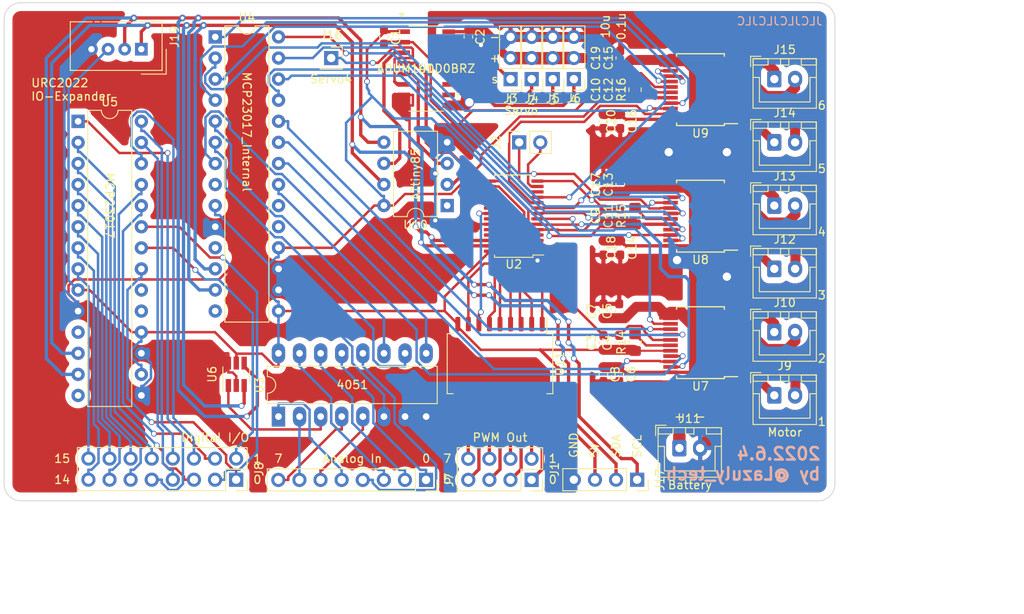
<source format=kicad_pcb>
(kicad_pcb (version 20211014) (generator pcbnew)
  (layers (0 "F.Cu" signal) (31 "B.Cu" signal) (34 "B.Paste" user) (35 "F.Paste" user) (36 "B.SilkS" user "B.Silkscreen") (37 "F.SilkS" user "F.Silkscreen") (38 "B.Mask" user) (39 "F.Mask" user) (44 "Edge.Cuts" user))
  (net 0 "")
  (net 1 "+5V")
  (net 2 "GND")
  (net 3 "+BATT")
  (net 4 "GND1")
  (net 5 "/SCL")
  (net 6 "/SDA")
  (net 7 "/Servo1_")
  (net 8 "/Servo2_")
  (net 9 "/Servo3_")
  (net 10 "/Servo4_")
  (net 11 "Net-(J7-Pad1)")
  (net 12 "Net-(J7-Pad2)")
  (net 13 "Net-(J7-Pad3)")
  (net 14 "Net-(J7-Pad4)")
  (net 15 "Net-(J7-Pad5)")
  (net 16 "Net-(J7-Pad6)")
  (net 17 "Net-(J7-Pad7)")
  (net 18 "Net-(J7-Pad8)")
  (net 19 "Net-(J2-Pad1)")
  (net 20 "Net-(J2-Pad2)")
  (net 21 "/DIO0")
  (net 22 "/DIO1")
  (net 23 "/DIO2")
  (net 24 "/DIO3")
  (net 25 "/DIO4")
  (net 26 "/DIO5")
  (net 27 "/DIO6")
  (net 28 "/DIO7")
  (net 29 "/DIO8")
  (net 30 "/DIO9")
  (net 31 "/DIO10")
  (net 32 "/DIO11")
  (net 33 "/DIO12")
  (net 34 "/DIO13")
  (net 35 "/Servo1")
  (net 36 "/Servo2")
  (net 37 "/Servo3")
  (net 38 "/Servo4")
  (net 40 "/PWMA_1")
  (net 41 "/PWMB_1")
  (net 42 "/PWMA_2")
  (net 43 "/PWMB_2")
  (net 44 "/PWMA_3")
  (net 45 "/PWMB_3")
  (net 46 "Net-(U3-Pad3)")
  (net 47 "/4051_C")
  (net 48 "/4051_B")
  (net 49 "/4051_A")
  (net 50 "/A1_1")
  (net 51 "/A2_1")
  (net 52 "/B1_1")
  (net 53 "/B2_1")
  (net 54 "/A1_2")
  (net 55 "/A2_2")
  (net 56 "/B1_2")
  (net 57 "/B2_2")
  (net 62 "/A1_3")
  (net 63 "/A2_3")
  (net 64 "/B1_3")
  (net 65 "/B2_3")
  (net 66 "/DIO14")
  (net 71 "/DIO15")
  (net 72 "Net-(J9-Pad1)")
  (net 73 "Net-(J9-Pad2)")
  (net 74 "Net-(J10-Pad1)")
  (net 75 "Net-(J10-Pad2)")
  (net 76 "Net-(J12-Pad1)")
  (net 77 "Net-(J12-Pad2)")
  (net 78 "Net-(J13-Pad1)")
  (net 79 "Net-(J13-Pad2)")
  (net 80 "Net-(J14-Pad1)")
  (net 81 "Net-(J14-Pad2)")
  (net 82 "Net-(J15-Pad1)")
  (net 83 "Net-(J15-Pad2)")
  (net 84 "Net-(R14-Pad2)")
  (net 85 "Net-(R15-Pad2)")
  (net 86 "Net-(R16-Pad2)")
  (net 87 "Net-(U11-Pad1)")
  (net 88 "Net-(U11-Pad2)")
  (net 89 "Net-(U11-Pad3)")
  (net 90 "Net-(U11-Pad4)")
  (net 91 "Net-(U11-Pad5)")
  (net 92 "Net-(U11-Pad6)")
  (net 93 "Net-(U11-Pad7)")
  (net 94 "Net-(U11-Pad8)")
  (net 96 "/PWM_OUT0")
  (net 97 "/PWM_OUT1")
  (net 98 "/PWM_OUT2")
  (net 99 "/PWM_OUT3")
  (net 100 "/PWM_OUT4")
  (net 101 "/PWM_OUT5")
  (net 102 "/PWM_OUT6")
  (net 103 "/PWM_OUT7")
  (footprint "Connector_PinHeader_2.54mm:PinHeader_1x03_P2.54mm_Vertical" (layer "F.Cu") (at 187.96 76.2 180)
    (fp_text reference "J3")
    (fp_text value "Servo1")
  )
  (footprint "Capacitor_SMD:C_0603_1608Metric_Pad1.08x0.95mm_HandSolder" (layer "F.Cu") (at 201.168 96.52 -90)
    (fp_text reference "C14")
    (fp_text value "0.1u")
  )
  (footprint "Connector_PinHeader_2.54mm:PinHeader_1x03_P2.54mm_Vertical" (layer "F.Cu") (at 190.5 76.2 180)
    (fp_text reference "J4")
    (fp_text value "Servo2")
  )
  (footprint "Resistor_SMD:R_0805_2012Metric_Pad1.20x1.40mm_HandSolder" (layer "F.Cu") (at 202.948 77.47 90)
    (fp_text reference "R16")
    (fp_text value "10k")
  )
  (footprint "Connector_PinHeader_2.54mm:PinHeader_1x03_P2.54mm_Vertical" (layer "F.Cu") (at 195.58 76.2 180)
    (fp_text reference "J6")
    (fp_text value "Servo4")
  )
  (footprint "Package_SO:TSSOP-28_4.4x9.7mm_P0.65mm" (layer "F.Cu") (at 188.341 92.71 180)
    (fp_text reference "U2")
    (fp_text value "PCA9685PW")
  )
  (footprint "Package_SO:SSOP-24_5.3x8.2mm_P0.65mm" (layer "F.Cu") (at 210.82 77.47 180)
    (fp_text reference "U9")
    (fp_text value "TB6612FNG")
  )
  (footprint "Connector_PinSocket_2.54mm:PinSocket_2x04_P2.54mm_Vertical" (layer "F.Cu") (at 190.49 124.48 -90)
    (fp_text reference "J1")
    (fp_text value "PWM_PIN")
  )
  (footprint "Connector_JST:JST_XH_B2B-XH-A_1x02_P2.50mm_Vertical" (layer "F.Cu") (at 219.71 83.82)
    (fp_text reference "J14")
    (fp_text value "Conn_01x02")
  )
  (footprint "Capacitor_SMD:C_0603_1608Metric_Pad1.08x0.95mm_HandSolder" (layer "F.Cu") (at 199.138 92.71 90)
    (fp_text reference "C9")
    (fp_text value "10u")
  )
  (footprint "Package_DIP:DIP-28_W7.62mm" (layer "F.Cu") (at 152.41 71.12)
    (fp_text reference "U4")
    (fp_text value "MCP23017_SP")
  )
  (footprint "Capacitor_SMD:C_0603_1608Metric_Pad1.08x0.95mm_HandSolder" (layer "F.Cu") (at 201.168 92.71 90)
    (fp_text reference "C11")
    (fp_text value "0.1u")
  )
  (footprint "Capacitor_SMD:C_0603_1608Metric_Pad1.08x0.95mm_HandSolder" (layer "F.Cu") (at 199.138 88.9 90)
    (fp_text reference "C17")
    (fp_text value "10u")
  )
  (footprint "Capacitor_SMD:C_0603_1608Metric_Pad1.08x0.95mm_HandSolder" (layer "F.Cu") (at 199.138 107.95 90)
    (fp_text reference "C3")
    (fp_text value "10u")
  )
  (footprint "Connector_PinHeader_2.54mm:PinHeader_1x03_P2.54mm_Vertical" (layer "F.Cu") (at 193.04 76.2 180)
    (fp_text reference "J5")
    (fp_text value "Servo3")
  )
  (footprint "Package_TO_SOT_SMD:SOT-23-6_Handsoldering" (layer "F.Cu") (at 154.94 111.76 90)
    (fp_text reference "U6")
    (fp_text value "MCP3425A0T-ECH")
  )
  (footprint "Capacitor_SMD:C_0603_1608Metric_Pad1.08x0.95mm_HandSolder" (layer "F.Cu") (at 201.168 73.66 90)
    (fp_text reference "C15")
    (fp_text value "0.1u")
  )
  (footprint "Capacitor_SMD:C_0603_1608Metric_Pad1.08x0.95mm_HandSolder" (layer "F.Cu") (at 199.138 77.47 90)
    (fp_text reference "C10")
    (fp_text value "10u")
  )
  (footprint "Capacitor_SMD:C_0603_1608Metric_Pad1.08x0.95mm_HandSolder" (layer "F.Cu") (at 201.043 104.14 90)
    (fp_text reference "C5")
    (fp_text value "0.1u")
  )
  (footprint "ADUM140D0BRZ:ADUM140D0BRZ" (layer "F.Cu") (at 177.8 74.93)
    (fp_text reference "U1")
    (fp_text value "ADUM140D0BRZ")
  )
  (footprint "Package_DIP:DIP-8_W7.62mm" (layer "F.Cu") (at 180.33 91.43 180)
    (fp_text reference "U10")
    (fp_text value "ATtiny85-20P")
  )
  (footprint "Connector_PinSocket_2.54mm:PinSocket_1x08_P2.54mm_Vertical" (layer "F.Cu") (at 177.785 124.485 -90)
    (fp_text reference "J7")
    (fp_text value "Analog_IN")
  )
  (footprint "Capacitor_SMD:C_0603_1608Metric_Pad1.08x0.95mm_HandSolder" (layer "F.Cu") (at 201.043 111.76 -90)
    (fp_text reference "C6")
    (fp_text value "0.1u")
  )
  (footprint "Connector_PinSocket_2.54mm:PinSocket_2x08_P2.54mm_Vertical" (layer "F.Cu") (at 154.925 124.46 -90)
    (fp_text reference "J8")
    (fp_text value "Digital_PIN")
  )
  (footprint "Capacitor_SMD:C_0603_1608Metric_Pad1.08x0.95mm_HandSolder" (layer "F.Cu") (at 182.88 71.12 -90)
    (fp_text reference "C2")
    (fp_text value "0.1u")
  )
  (footprint "Connector_PinSocket_2.54mm:PinSocket_1x04_P2.54mm_Vertical" (layer "F.Cu") (at 203.2 124.46 -90)
    (fp_text reference "J17")
    (fp_text value "Conn_01x04")
  )
  (footprint "Capacitor_SMD:C_0603_1608Metric_Pad1.08x0.95mm_HandSolder" (layer "F.Cu") (at 199.138 96.52 -90)
    (fp_text reference "C18")
    (fp_text value "10u")
  )
  (footprint "Connector_PinSocket_2.54mm:PinSocket_1x02_P2.54mm_Vertical" (layer "F.Cu") (at 188.996 83.82 90)
    (fp_text reference "J2")
    (fp_text value "Conn_01x02")
  )
  (footprint "Capacitor_SMD:C_0603_1608Metric_Pad1.08x0.95mm_HandSolder" (layer "F.Cu") (at 172.72 71.12 -90)
    (fp_text reference "C1")
    (fp_text value "0.1u")
  )
  (footprint "Connector_JST:JST_XH_B2B-XH-A_1x02_P2.50mm_Vertical" (layer "F.Cu") (at 219.71 114.3)
    (fp_text reference "J9")
    (fp_text value "Conn_01x02")
  )
  (footprint "Resistor_SMD:R_0805_2012Metric_Pad1.20x1.40mm_HandSolder" (layer "F.Cu") (at 202.948 92.71 90)
    (fp_text reference "R15")
    (fp_text value "10k")
  )
  (footprint "Connector_JST:JST_XH_B2B-XH-A_1x02_P2.50mm_Vertical" (layer "F.Cu") (at 208.28 120.65)
    (fp_text reference "J11")
    (fp_text value "Conn_01x02")
  )
  (footprint "Connector_JST:JST_XH_B2B-XH-A_1x02_P2.50mm_Vertical" (layer "F.Cu") (at 219.71 91.44)
    (fp_text reference "J13")
    (fp_text value "Conn_01x02")
  )
  (footprint "Package_DIP:DIP-16_W7.62mm_LongPads" (layer "F.Cu") (at 160.02 116.855 90)
    (fp_text reference "U3")
    (fp_text value "4051")
  )
  (footprint "Capacitor_SMD:C_0603_1608Metric_Pad1.08x0.95mm_HandSolder" (layer "F.Cu") (at 199.138 81.28 -90)
    (fp_text reference "C20")
    (fp_text value "10u")
  )
  (footprint "Capacitor_SMD:C_0603_1608Metric_Pad1.08x0.95mm_HandSolder" (layer "F.Cu") (at 201.168 81.28 -90)
    (fp_text reference "C16")
    (fp_text value "0.1u")
  )
  (footprint "Capacitor_SMD:C_0603_1608Metric_Pad1.08x0.95mm_HandSolder" (layer "F.Cu") (at 201.168 88.9 90)
    (fp_text reference "C13")
    (fp_text value "0.1u")
  )
  (footprint "Connector_JST:JST_XH_B2B-XH-A_1x02_P2.50mm_Vertical" (layer "F.Cu") (at 219.71 99.06)
    (fp_text reference "J12")
    (fp_text value "Conn_01x02")
  )
  (footprint "Package_SO:SSOP-24_5.3x8.2mm_P0.65mm" (layer "F.Cu") (at 210.82 107.95 180)
    (fp_text reference "U7")
    (fp_text value "TB6612FNG")
  )
  (footprint "Connector_PinSocket_2.54mm:PinSocket_1x01_P2.54mm_Vertical" (layer "F.Cu") (at 166.37 73.66)
    (fp_text reference "J16")
    (fp_text value "Conn_01x01")
  )
  (footprint "Capacitor_SMD:C_0603_1608Metric_Pad1.08x0.95mm_HandSolder" (layer "F.Cu") (at 199.138 73.66 90)
    (fp_text reference "C19")
    (fp_text value "10u")
  )
  (footprint "Connector_JST:JST_XH_B2B-XH-A_1x02_P2.50mm_Vertical" (layer "F.Cu") (at 219.71 106.68)
    (fp_text reference "J10")
    (fp_text value "Conn_01x02")
  )
  (footprint "Package_DIP:DIP-28_W7.62mm" (layer "F.Cu") (at 135.9 81.29)
    (fp_text reference "U5")
    (fp_text value "MCP23017_SP")
  )
  (footprint "Capacitor_SMD:C_0603_1608Metric_Pad1.08x0.95mm_HandSolder" (layer "F.Cu") (at 199.138 111.76 -90)
    (fp_text reference "C8")
    (fp_text value "10u")
  )
  (footprint "Package_SO:SOP-18_7x12.5mm_P1.27mm" (layer "F.Cu") (at 186.69 110.49 -90)
    (fp_text reference "U11")
    (fp_text value "TBD62783A")
  )
  (footprint "Resistor_SMD:R_0805_2012Metric_Pad1.20x1.40mm_HandSolder" (layer "F.Cu") (at 202.948 107.95 90)
    (fp_text reference "R14")
    (fp_text value "10k")
  )
  (footprint "Capacitor_SMD:C_0603_1608Metric_Pad1.08x0.95mm_HandSolder" (layer "F.Cu") (at 199.138 104.14 90)
    (fp_text reference "C7")
    (fp_text value "10u")
  )
  (footprint "Connector_JST:JST_XH_B2B-XH-A_1x02_P2.50mm_Vertical" (layer "F.Cu") (at 219.71 76.2)
    (fp_text reference "J15")
    (fp_text value "Conn_01x02")
  )
  (footprint "Capacitor_SMD:C_0603_1608Metric_Pad1.08x0.95mm_HandSolder" (layer "F.Cu") (at 201.043 107.95 90)
    (fp_text reference "C4")
    (fp_text value "0.1u")
  )
  (footprint "Connector:NS-Tech_Grove_1x04_P2mm_Vertical" (layer "F.Cu") (at 143.51 72.5975 -90)
    (fp_text reference "J19")
    (fp_text value "Conn_01x04")
  )
  (footprint "Capacitor_SMD:C_0603_1608Metric_Pad1.08x0.95mm_HandSolder" (layer "F.Cu") (at 201.168 77.47 90)
    (fp_text reference "C12")
    (fp_text value "0.1u")
  )
  (footprint "Package_SO:SSOP-24_5.3x8.2mm_P0.65mm" (layer "F.Cu") (at 210.82 92.71 180)
    (fp_text reference "U8")
    (fp_text value "TB6612FNG")
  )
  (gr_arc (start 227 125) (mid 226.414214 126.414214) (end 225 127) (layer "Edge.Cuts") (width 0.1))
  (gr_line (start 227 125) (end 227 69) (layer "Edge.Cuts") (width 0.1))
  (gr_arc (start 225 67) (mid 226.414214 67.585786) (end 227 69) (layer "Edge.Cuts") (width 0.1))
  (gr_line (start 127 69) (end 127 125) (layer "Edge.Cuts") (width 0.1))
  (gr_arc (start 127 69) (mid 127.585786 67.585786) (end 129 67) (layer "Edge.Cuts") (width 0.1))
  (gr_line (start 225 67) (end 129 67) (layer "Edge.Cuts") (width 0.1))
  (gr_arc (start 129 127) (mid 127.585786 126.414214) (end 127 125) (layer "Edge.Cuts") (width 0.1))
  (gr_line (start 129 127) (end 225 127) (layer "Edge.Cuts") (width 0.1))
  (gr_text "JLCJLCJLCJLC" (at 220.345 69.215) (layer "B.SilkS") (effects (font (size 1 1)) (justify mirror)))
  (gr_text "2022.6.4\nby @Lazuly_tech" (at 225.425 122.555) (layer "B.SilkS") (effects (font (size 1.5 1.5) (thickness 0.3)) (justify left mirror)))
  (gr_text "URC2022\nIO-Expander" (at 130.175 77.47) (layer "F.SilkS") (effects (font (size 1 1)) (justify left)))
  (gr_text "+" (at 208.28 116.84) (layer "F.SilkS") (effects (font (size 1 1))))
  (gr_text "0" (at 157.48 124.46) (layer "F.SilkS") (effects (font (size 1 1))))
  (gr_text "10u" (at 199.39 69.85 90) (layer "F.SilkS") (effects (font (size 1 1))))
  (gr_text "5" (at 225.425 86.995) (layer "F.SilkS") (effects (font (size 1 1))))
  (gr_text "6" (at 180.34 124.46) (layer "F.SilkS") (effects (font (size 1 1))))
  (gr_text "0" (at 177.8 121.92) (layer "F.SilkS") (effects (font (size 1 1))))
  (gr_text "MCP23017_Internal" (at 156.21 82.55 270) (layer "F.SilkS") (effects (font (size 1 1))))
  (gr_text "5V" (at 198.09 121.92 90) (layer "F.SilkS") (effects (font (size 1 1)) (justify left)))
  (gr_text "4" (at 195.58 78.74) (layer "F.SilkS") (effects (font (size 1 1))))
  (gr_text "3" (at 193.04 78.74) (layer "F.SilkS") (effects (font (size 1 1))))
  (gr_text "1" (at 193.04 121.92) (layer "F.SilkS") (effects (font (size 1 1))))
  (gr_text "7" (at 160.02 121.92) (layer "F.SilkS") (effects (font (size 1 1))))
  (gr_text "7" (at 180.34 121.92) (layer "F.SilkS") (effects (font (size 1 1))))
  (gr_text "Analog In" (at 168.91 121.92) (layer "F.SilkS") (effects (font (size 1 1))))
  (gr_text "s" (at 186.055 76.2) (layer "F.SilkS") (effects (font (size 1 1))))
  (gr_text "Digital I/O" (at 152.4 119.38) (layer "F.SilkS") (effects (font (size 1 1))))
  (gr_text "1" (at 187.96 78.74) (layer "F.SilkS") (effects (font (size 1 1))))
  (gr_text "4" (at 225.425 94.615) (layer "F.SilkS") (effects (font (size 1 1))))
  (gr_text "SCL" (at 203.2 121.92 90) (layer "F.SilkS") (effects (font (size 1 1)) (justify left)))
  (gr_text "GND" (at 195.58 121.92 90) (layer "F.SilkS") (effects (font (size 1 1)) (justify left)))
  (gr_text "-" (at 186.055 71.12) (layer "F.SilkS") (effects (font (size 1 1))))
  (gr_text "+" (at 186.055 73.66) (layer "F.SilkS") (effects (font (size 1 1))))
  (gr_text "-" (at 210.82 116.84) (layer "F.SilkS") (effects (font (size 1 1))))
  (gr_text "0.1u" (at 201.295 69.85 90) (layer "F.SilkS") (effects (font (size 1 1))))
  (gr_text "2" (at 225.425 109.855) (layer "F.SilkS") (effects (font (size 1 1))))
  (gr_text "Motor" (at 220.98 118.745) (layer "F.SilkS") (effects (font (size 1 1))))
  (gr_text "15" (at 133.985 121.92) (layer "F.SilkS") (effects (font (size 1 1))))
  (gr_text "ATtiny85" (at 176.53 87.63 90) (layer "F.SilkS") (effects (font (size 1 1))))
  (gr_text "4051" (at 168.91 113.03) (layer "F.SilkS") (effects (font (size 1 1))))
  (gr_text "0" (at 193.04 124.46) (layer "F.SilkS") (effects (font (size 1 1))))
  (gr_text "Battery" (at 209.55 125.095) (layer "F.SilkS") (effects (font (size 1 1))))
  (gr_text "2" (at 190.5 78.74) (layer "F.SilkS") (effects (font (size 1 1))))
  (gr_text "Servo" (at 189.23 80.01) (layer "F.SilkS") (effects (font (size 1 1))))
  (gr_text "SDA" (at 200.66 121.92 90) (layer "F.SilkS") (effects (font (size 1 1)) (justify left)))
  (gr_text "MCP23017" (at 139.7 91.44 270) (layer "F.SilkS") (effects (font (size 1 1))))
  (gr_text "14" (at 133.985 124.46) (layer "F.SilkS") (effects (font (size 1 1))))
  (gr_text "6" (at 225.425 79.375) (layer "F.SilkS") (effects (font (size 1 1))))
  (gr_text "1" (at 225.425 117.475) (layer "F.SilkS") (effects (font (size 1 1))))
  (gr_text "PWM Out" (at 186.69 119.38) (layer "F.SilkS") (effects (font (size 1 1))))
  (gr_text "3" (at 225.425 102.235) (layer "F.SilkS") (effects (font (size 1 1))))
  (gr_text "1" (at 157.48 121.92) (layer "F.SilkS") (effects (font (size 1 1))))
  (gr_text "Servo4" (at 166.37 76.2) (layer "F.SilkS") (effects (font (size 1 1))))
  (segment (start 181.61 105.715) (end 180.035 104.14) (width 0.3) (layer "F.Cu") (net 1))
  (segment (start 166.4697 96.52) (end 160.03 96.52) (width 0.3) (layer "F.Cu") (net 1))
  (segment (start 202.9605 93.6975) (end 202.9616 93.6975) (width 0.3) (layer "F.Cu") (net 1))
  (segment (start 202.9605 93.6975) (end 202.948 93.71) (width 0.4) (layer "F.Cu") (net 1))
  (segment (start 173.0746 70.485) (end 172.948 70.485) (width 0.4) (layer "F.Cu") (net 1))
  (segment (start 197.6113 95.0992) (end 199.138 93.5725) (width 0.3) (layer "F.Cu") (net 1))
  (segment (start 201.168 93.5725) (end 202.81 93.5725) (width 1.2) (layer "F.Cu") (net 1))
  (segment (start 135.9 101.61) (end 137.2897 101.61) (width 0.3) (layer "F.Cu") (net 1))
  (segment (start 202.973 93.685) (end 202.9605 93.6975) (width 0.4) (layer "F.Cu") (net 1))
  (segment (start 199.1385 108.812) (end 199.138 108.8125) (width 0.3) (layer "F.Cu") (net 1))
  (segment (start 201.0425 108.812) (end 201.043 108.8125) (width 0.3) (layer "F.Cu") (net 1))
  (segment (start 191.5425 108.8125) (end 184.3699 108.8125) (width 0.3) (layer "F.Cu") (net 1))
  (segment (start 184.3699 108.8125) (end 181.61 106.0526) (width 0.3) (layer "F.Cu") (net 1))
  (segment (start 180.035 104.14) (end 160.03 104.14) (width 0.3) (layer "F.Cu") (net 1))
  (segment (start 186.5891 95.3343) (end 186.2398 94.985) (width 0.3) (layer "F.Cu") (net 1))
  (segment (start 192.6263 95.0992) (end 197.6113 95.0992) (width 0.3) (layer "F.Cu") (net 1))
  (segment (start 186.5891 96.651) (end 186.5891 95.3343) (width 0.3) (layer "F.Cu") (net 1))
  (segment (start 172.71 91.43) (end 171.5597 91.43) (width 0.3) (layer "F.Cu") (net 1))
  (segment (start 152.3782 106.69) (end 143.52 106.69) (width 0.3) (layer "F.Cu") (net 1))
  (segment (start 143.52 106.69) (end 142.3697 106.69) (width 0.3) (layer "F.Cu") (net 1))
  (segment (start 171.5597 91.43) (end 166.4697 96.52) (width 0.3) (layer "F.Cu") (net 1))
  (segment (start 199.138 108.8125) (end 191.5425 108.8125) (width 0.3) (layer "F.Cu") (net 1))
  (segment (start 202.973 78.445) (end 202.948 78.47) (width 0.4) (layer "F.Cu") (net 1))
  (segment (start 207.22 78.445) (end 202.973 78.445) (width 0.4) (layer "F.Cu") (net 1))
  (segment (start 193.675 110.945) (end 191.5425 108.8125) (width 0.4) (layer "F.Cu") (net 1))
  (segment (start 175.097 70.485) (end 173.0746 70.485) (width 0.4) (layer "F.Cu") (net 1))
  (segment (start 180.035 104.14) (end 180.035 102.3785) (width 0.3) (layer "F.Cu") (net 1))
  (segment (start 199.1381 78.3325) (end 196.7589 80.7117) (width 0.3) (layer "F.Cu") (net 1))
  (segment (start 172.948 70.485) (end 172.72 70.2575) (width 0.4) (layer "F.Cu") (net 1))
  (segment (start 137.2897 101.61) (end 142.3697 106.69) (width 0.3) (layer "F.Cu") (net 1))
  (segment (start 201.168 78.3325) (end 202.81 78.3325) (width 1.2) (layer "F.Cu") (net 1))
  (segment (start 193.675 116.84) (end 193.675 110.945) (width 0.4) (layer "F.Cu") (net 1))
  (segment (start 180.8132 90.0404) (end 175.2499 90.0404) (width 0.3) (layer "F.Cu") (net 1))
  (segment (start 198.12 121.285) (end 193.675 116.84) (width 0.4) (layer "F.Cu") (net 1))
  (segment (start 180.035 102.3785) (end 185.4785 96.935) (width 0.3) (layer "F.Cu") (net 1))
  (segment (start 201.0425 108.812) (end 202.81 108.812) (width 1.2) (layer "F.Cu") (net 1))
  (segment (start 199.1385 108.812) (end 201.0425 108.812) (width 1.2) (layer "F.Cu") (net 1))
  (segment (start 154.9679 109.5499) (end 154.9679 109.2797) (width 0.3) (layer "F.Cu") (net 1))
  (segment (start 154.9679 109.2797) (end 158.0379 109.2797) (width 0.3) (layer "F.Cu") (net 1))
  (segment (start 202.948 108.95) (end 202.81 108.812) (width 0.25) (layer "F.Cu") (net 1))
  (segment (start 186.3051 96.935) (end 186.5891 96.651) (width 0.3) (layer "F.Cu") (net 1))
  (segment (start 189.0724 80.7117) (end 184.3902 85.3939) (width 0.3) (layer "F.Cu") (net 1))
  (segment (start 198.12 124.46) (end 198.12 121.285) (width 0.4) (layer "F.Cu") (net 1))
  (segment (start 181.61 106.0526) (end 181.61 105.715) (width 0.3) (layer "F.Cu") (net 1))
  (segment (start 207.22 108.925) (end 202.973 108.925) (width 0.25) (layer "F.Cu") (net 1))
  (segment (start 159.5435 110.7853) (end 160.02 110.7853) (width 0.3) (layer "F.Cu") (net 1))
  (segment (start 184.3902 85.3939) (end 184.3902 86.4634) (width 0.3) (layer "F.Cu") (net 1))
  (segment (start 172.8318 70.485) (end 170.6781 72.6387) (width 0.3) (layer "F.Cu") (net 1))
  (segment (start 154.94 109.5778) (end 154.9679 109.5499) (width 0.3) (layer "F.Cu") (net 1))
  (segment (start 154.9679 109.2797) (end 152.3782 106.69) (width 0.3) (layer "F.Cu") (net 1))
  (segment (start 196.7589 80.7117) (end 189.0724 80.7117) (width 0.3) (layer "F.Cu") (net 1))
  (segment (start 154.94 110.41) (end 154.94 109.5778) (width 0.3) (layer "F.Cu") (net 1))
  (segment (start 202.973 108.925) (end 202.948 108.95) (width 0.25) (layer "F.Cu") (net 1))
  (segment (start 186.2398 94.985) (end 185.4785 94.985) (width 0.3) (layer "F.Cu") (net 1))
  (segment (start 199.138 78.3325) (end 199.3151 78.3325) (width 1.2) (layer "F.Cu") (net 1))
  (segment (start 158.0379 109.2797) (end 159.5435 110.7853) (width 0.3) (layer "F.Cu") (net 1))
  (segment (start 207.2189 93.6861) (end 202.973 93.6861) (width 0.4) (layer "F.Cu") (net 1))
  (segment (start 202.81 93.5725) (end 202.948 93.71) (width 1.2) (layer "F.Cu") (net 1))
  (segment (start 185.4785 96.935) (end 186.3051 96.935) (width 0.3) (layer "F.Cu") (net 1))
  (segment (start 199.3151 78.3325) (end 199.1381 78.3325) (width 0.3) (layer "F.Cu") (net 1))
  (segment (start 207.2189 93.6861) (end 207.22 93.685) (width 0.3) (layer "F.Cu") (net 1))
  (segment (start 175.097 70.485) (end 175.0972 70.485) (width 0.3) (layer "F.Cu") (net 1))
  (segment (start 160.02 109.235) (end 160.02 110.7853) (width 0.3) (layer "F.Cu") (net 1))
  (segment (start 175.2499 90.0404) (end 173.8603 91.43) (width 0.3) (layer "F.Cu") (net 1))
  (segment (start 202.81 78.3325) (end 202.948 78.47) (width 1.2) (layer "F.Cu") (net 1))
  (segment (start 184.3902 86.4634) (end 180.8132 90.0404) (width 0.3) (layer "F.Cu") (net 1))
  (segment (start 207.22 93.6861) (end 207.2189 93.6861) (width 0.4) (layer "F.Cu") (net 1))
  (segment (start 172.71 91.43) (end 173.8603 91.43) (width 0.3) (layer "F.Cu") (net 1))
  (segment (start 199.138 108.812) (end 199.1385 108.812) (width 1.2) (layer "F.Cu") (net 1))
  (segment (start 199.138 93.5725) (end 201.168 93.5725) (width 1.2) (layer "F.Cu") (net 1))
  (segment (start 170.6781 72.6387) (end 170.6781 76.4863) (width 0.3) (layer "F.Cu") (net 1))
  (segment (start 173.0746 70.485) (end 172.8318 70.485) (width 0.3) (layer "F.Cu") (net 1))
  (segment (start 202.9616 93.6975) (end 202.973 93.6861) (width 0.3) (layer "F.Cu") (net 1))
  (segment (start 199.3151 78.3325) (end 201.168 78.3325) (width 1.2) (layer "F.Cu") (net 1))
  (via (at 192.6263 95.0992) (size 0.7) (drill 0.5) (layers "F.Cu" "B.Cu") (net 1))
  (via (at 170.6781 76.4863) (size 0.7) (drill 0.5) (layers "F.Cu" "B.Cu") (net 1))
  (segment (start 160.03 97.6703) (end 159.7424 97.6703) (width 0.3) (layer "B.Cu") (net 1))
  (segment (start 171.3172 78.3071) (end 170.9176 77.9076) (width 0.3) (layer "B.Cu") (net 1))
  (segment (start 159.7424 97.6703) (end 158.8721 98.5406) (width 0.3) (layer "B.Cu") (net 1))
  (segment (start 160.03 104.14) (end 160.03 102.9897) (width 0.3) (layer "B.Cu") (net 1))
  (segment (start 160.03 96.52) (end 160.03 97.6703) (width 0.3) (layer "B.Cu") (net 1))
  (segment (start 170.9176 77.5916) (end 170.7892 77.4632) (width 0.3) (layer "B.Cu") (net 1))
  (segment (start 158.8721 102.0702) (end 159.7916 102.9897) (width 0.3) (layer "B.Cu") (net 1))
  (segment (start 134.7496 100.4596) (end 134.7496 77.3579) (width 0.3) (layer "B.Cu") (net 1))
  (segment (start 171.3172 78.3071) (end 173.9497 80.9397) (width 0.3) (layer "B.Cu") (net 1))
  (segment (start 171.3172 78.3071) (end 168.1645 81.4598) (width 0.3) (layer "B.Cu") (net 1))
  (segment (start 143.52 111.77) (end 143.52 110.6197) (width 0.3) (layer "B.Cu") (net 1))
  (segment (start 160.03 104.14) (end 160.03 105.2903) (width 0.3) (layer "B.Cu") (net 1))
  (segment (start 143.52 110.6197) (end 143.2324 110.6197) (width 0.3) (layer "B.Cu") (net 1))
  (segment (start 168.1645 85.9726) (end 172.4716 90.2797) (width 0.3) (layer "B.Cu") (net 1))
  (segment (start 178.467 80.9397) (end 179.3294 81.8021) (width 0.3) (layer "B.Cu") (net 1))
  (segment (start 172.4716 90.2797) (end 172.71 90.2797) (width 0.3) (layer "B.Cu") (net 1))
  (segment (start 134.7496 77.3579) (end 139.51 72.5975) (width 0.3) (layer "B.Cu") (net 1))
  (segment (start 192.556 94.3212) (end 192.556 95.0289) (width 0.3) (layer "B.Cu") (net 1))
  (segment (start 170.7892 77.4632) (end 170.7892 77.3848) (width 0.3) (layer "B.Cu") (net 1))
  (segment (start 143.2816 107.8403) (end 143.52 107.8403) (width 0.3) (layer "B.Cu") (net 1))
  (segment (start 192.556 95.0289) (end 192.6263 95.0992) (width 0.3) (layer "B.Cu") (net 1))
  (segment (start 160.02 109.235) (end 160.02 105.3003) (width 0.3) (layer "B.Cu") (net 1))
  (segment (start 173.9497 80.9397) (end 178.467 80.9397) (width 0.3) (layer "B.Cu") (net 1))
  (segment (start 143.52 106.69) (end 143.52 107.8403) (width 0.3) (layer "B.Cu") (net 1))
  (segment (start 168.1645 81.4598) (end 168.1645 85.9726) (width 0.3) (layer "B.Cu") (net 1))
  (segment (start 170.7892 77.3848) (end 170.6781 77.2737) (width 0.3) (layer "B.Cu") (net 1))
  (segment (start 180.0369 81.8021) (end 192.556 94.3212) (width 0.3) (layer "B.Cu") (net 1))
  (segment (start 170.6781 77.2737) (end 170.6781 76.4863) (width 0.3) (layer "B.Cu") (net 1))
  (segment (start 160.02 105.3003) (end 160.03 105.2903) (width 0.3) (layer "B.Cu") (net 1))
  (segment (start 158.8721 98.5406) (end 158.8721 102.0702) (width 0.3) (layer "B.Cu") (net 1))
  (segment (start 170.9176 77.9076) (end 170.9176 77.5916) (width 0.3) (layer "B.Cu") (net 1))
  (segment (start 142.3647 109.752) (end 142.3647 108.7572) (width 0.3) (layer "B.Cu") (net 1))
  (segment (start 152.9218 92.5903) (end 152.41 92.5903) (width 0.3) (layer "B.Cu") (net 1))
  (segment (start 135.9 101.61) (end 134.7496 100.4596) (width 0.3) (layer "B.Cu") (net 1))
  (segment (start 172.71 91.43) (end 172.71 90.2797) (width 0.3) (layer "B.Cu") (net 1))
  (segment (start 158.8721 98.5406) (end 152.9218 92.5903) (width 0.3) (layer "B.Cu") (net 1))
  (segment (start 179.3294 81.8021) (end 180.0369 81.8021) (width 0.3) (layer "B.Cu") (net 1))
  (segment (start 142.3647 108.7572) (end 143.2816 107.8403) (width 0.3) (layer "B.Cu") (net 1))
  (segment (start 159.7916 102.9897) (end 160.03 102.9897) (width 0.3) (layer "B.Cu") (net 1))
  (segment (start 143.2324 110.6197) (end 142.3647 109.752) (width 0.3) (layer "B.Cu") (net 1))
  (segment (start 152.41 91.44) (end 152.41 92.5903) (width 0.3) (layer "B.Cu") (net 1))
  (segment (start 155.8233 97.3688) (end 152.8521 100.34) (width 0.3) (layer "F.Cu") (net 2))
  (segment (start 199.138 92.0814) (end 199.138 91.8475) (width 0.3) (layer "F.Cu") (net 2))
  (segment (start 175.26 116.855) (end 175.26 116.0798) (width 0.3) (layer "F.Cu") (net 2))
  (segment (start 175.7994 79.375) (end 175.7994 84.471) (width 0.3) (layer "F.Cu") (net 2))
  (segment (start 191.2035 98.0588) (end 191.2035 99.153) (width 0.3) (layer "F.Cu") (net 2))
  (segment (start 177.8397 115.265) (end 177.8 115.3047) (width 0.3) (layer "F.Cu") (net 2))
  (segment (start 181.4803 81.9069) (end 183.4259 79.9613) (width 0.3) (layer "F.Cu") (net 2))
  (segment (start 196.8184 94.401) (end 199.138 92.0814) (width 0.3) (layer "F.Cu") (net 2))
  (segment (start 191.2035 96.285) (end 191.2035 96.935) (width 0.3) (layer "F.Cu") (net 2))
  (segment (start 191.2035 96.935) (end 191.2035 98.0588) (width 0.3) (layer "F.Cu") (net 2))
  (segment (start 193.7622 94.401) (end 196.8184 94.401) (width 0.3) (layer "F.Cu") (net 2))
  (segment (start 191.2035 95.635) (end 191.2035 96.285) (width 0.3) (layer "F.Cu") (net 2))
  (segment (start 204.0863 106.3414) (end 204.0863 106.6047) (width 0.3) (layer "F.Cu") (net 2))
  (segment (start 175.6488 78.105) (end 176.2003 78.105) (width 0.3) (layer "F.Cu") (net 2))
  (segment (start 199.138 91.8475) (end 198.0665 90.776) (width 0.3) (layer "F.Cu") (net 2))
  (segment (start 152.8521 100.34) (end 135.4711 100.34) (width 0.3) (layer "F.Cu") (net 2))
  (segment (start 204.0863 106.6047) (end 205.1066 107.625) (width 0.3) (layer "F.Cu") (net 2))
  (segment (start 191.2035 99.153) (end 199.138 107.0875) (width 0.3) (layer "F.Cu") (net 2))
  (segment (start 174.4849 115.3047) (end 172.72 115.3047) (width 0.3) (layer "F.Cu") (net 2))
  (segment (start 153.99 111.5403) (end 154.5006 111.5403) (width 0.3) (layer "F.Cu") (net 2))
  (segment (start 198.0665 90.776) (end 197.7344 90.776) (width 0.3) (layer "F.Cu") (net 2))
  (segment (start 197.7344 90.776) (end 195.4434 88.485) (width 0.3) (layer "F.Cu") (net 2))
  (segment (start 177.8 116.0798) (end 177.0249 115.3047) (width 0.3) (layer "F.Cu") (net 2))
  (segment (start 155.8233 96.243) (end 153.5603 93.98) (width 0.3) (layer "F.Cu") (net 2))
  (segment (start 191.2035 94.335) (end 193.6962 94.335) (width 0.3) (layer "F.Cu") (net 2))
  (segment (start 178.3504 73.9051) (end 176.2003 71.755) (width 0.3) (layer "F.Cu") (net 2))
  (segment (start 177.8 116.855) (end 177.8 116.0798) (width 0.3) (layer "F.Cu") (net 2))
  (segment (start 177.0249 115.3047) (end 175.26 115.3047) (width 0.3) (layer "F.Cu") (net 2))
  (segment (start 180.33 83.81) (end 181.4803 83.81) (width 0.3) (layer "F.Cu") (net 2))
  (segment (start 181.4803 81.9069) (end 178.3504 78.777) (width 0.3) (layer "F.Cu") (net 2))
  (segment (start 201.043 107.0875) (end 202.1761 105.9544) (width 0.3) (layer "F.Cu") (net 2))
  (segment (start 191.2035 94.335) (end 191.2035 94.985) (width 0.3) (layer "F.Cu") (net 2))
  (segment (start 202.1761 105.9544) (end 203.6993 105.9544) (width 0.3) (layer "F.Cu") (net 2))
  (segment (start 175.097 71.755) (end 172.948 71.755) (width 0.4) (layer "F.Cu") (net 2))
  (segment (start 205.1066 107.625) (end 207.22 107.625) (width 0.3) (layer "F.Cu") (net 2))
  (segment (start 201.168 76.6075) (end 201.168 76.5176) (width 0.3) (layer "F.Cu") (net 2))
  (segment (start 137.0503 104.15) (end 142.1303 109.23) (width 0.3) (layer "F.Cu") (net 2))
  (segment (start 193.6962 94.335) (end 193.7622 94.401) (width 0.3) (layer "F.Cu") (net 2))
  (segment (start 175.7994 79.375) (end 176.2003 79.375) (width 0.3) (layer "F.Cu") (net 2))
  (segment (start 205.3253 77.145) (end 207.22 77.145) (width 0.3) (layer "F.Cu") (net 2))
  (segment (start 185.4785 94.335) (end 185.4785 93.685) (width 0.3) (layer "F.Cu") (net 2))
  (segment (start 195.7842 79.9613) (end 199.138 76.6075) (width 0.3) (layer "F.Cu") (net 2))
  (segment (start 152.41 93.98) (end 153.5603 93.98) (width 0.3) (layer "F.Cu") (net 2))
  (segment (start 172.948 71.755) (end 172.72 71.9825) (width 0.4) (layer "F.Cu") (net 2))
  (segment (start 134.7496 101.0615) (end 134.7496 102.1369) (width 0.3) (layer "F.Cu") (net 2))
  (segment (start 199.138 107.0875) (end 201.043 107.0875) (width 0.3) (layer "F.Cu") (net 2))
  (segment (start 160.03 99.06) (end 170.3453 99.06) (width 0.3) (layer "F.Cu") (net 2))
  (segment (start 159.4549 99.06) (end 160.03 99.06) (width 0.3) (layer "F.Cu") (net 2))
  (segment (start 159.4549 99.06) (end 158.8797 99.06) (width 0.3) (layer "F.Cu") (net 2))
  (segment (start 175.0972 79.375) (end 175.7994 79.375) (width 0.3) (layer "F.Cu") (net 2))
  (segment (start 175.097 71.755) (end 175.0972 71.755) (width 0.3) (layer "F.Cu") (net 2))
  (segment (start 191.2035 94.985) (end 191.2035 95.635) (width 0.3) (layer "F.Cu") (net 2))
  (segment (start 176.1827 93.2226) (end 178.8921 93.2226) (width 0.3) (layer "F.Cu") (net 2))
  (segment (start 135.4711 100.34) (end 134.7496 101.0615) (width 0.3) (layer "F.Cu") (net 2))
  (segment (start 183.4259 79.9613) (end 195.7842 79.9613) (width 0.3) (layer "F.Cu") (net 2))
  (segment (start 175.0972 71.755) (end 176.2003 71.755) (width 0.3) (layer "F.Cu") (net 2))
  (segment (start 177.8 116.0798) (end 177.8 115.3047) (width 0.3) (layer "F.Cu") (net 2))
  (segment (start 199.138 91.8475) (end 201.168 91.8475) (width 0.3) (layer "F.Cu") (net 2))
  (segment (start 134.7496 102.1369) (end 135.6124 102.9997) (width 0.3) (layer "F.Cu") (net 2))
  (segment (start 158.8797 99.06) (end 157.1885 97.3688) (width 0.3) (layer "F.Cu") (net 2))
  (segment (start 135.9 104.15) (end 135.9 102.9997) (width 0.3) (layer "F.Cu") (net 2))
  (segment (start 207.22 92.385) (end 208.4453 92.385) (width 0.3) (layer "F.Cu") (net 2))
  (segment (start 172.72 116.855) (end 172.72 115.3047) (width 0.3) (layer "F.Cu") (net 2))
  (segment (start 203.6737 75.4934) (end 205.3253 77.145) (width 0.3) (layer "F.Cu") (net 2))
  (segment (start 181.61 115.265) (end 177.8397 115.265) (width 0.3) (layer "F.Cu") (net 2))
  (segment (start 175.7994 84.471) (end 178.8921 87.5637) (width 0.3) (layer "F.Cu") (net 2))
  (segment (start 155.8233 97.3688) (end 155.8233 96.243) (width 0.3) (layer "F.Cu") (net 2))
  (segment (start 203.6993 105.9544) (end 204.0863 106.3414) (width 0.3) (layer "F.Cu") (net 2))
  (segment (start 176.2003 79.375) (end 176.2003 78.105) (width 0.3) (layer "F.Cu") (net 2))
  (segment (start 153.99 110.41) (end 153.99 111.5403) (width 0.3) (layer "F.Cu") (net 2))
  (segment (start 179.3545 93.685) (end 185.4785 93.685) (width 0.3) (layer "F.Cu") (net 2))
  (segment (start 154.94 113.11) (end 154.94 111.9797) (width 0.3) (layer "F.Cu") (net 2))
  (segment (start 143.52 109.23) (end 153.9403 109.23) (width 0.3) (layer "F.Cu") (net 2))
  (segment (start 154.5006 111.5403) (end 154.94 111.9797) (width 0.3) (layer "F.Cu") (net 2))
  (segment (start 175.6488 78.105) (end 175.0972 78.105) (width 0.3) (layer "F.Cu") (net 2))
  (segment (start 181.4803 81.9069) (end 181.4803 83.81) (width 0.3) (layer "F.Cu") (net 2))
  (segment (start 178.3504 78.777) (end 178.3504 73.9051) (width 0.3) (layer "F.Cu") (net 2))
  (segment (start 199.138 76.6075) (end 201.168 76.6075) (width 0.3) (layer "F.Cu") (net 2))
  (segment (start 201.168 76.5176) (end 202.1922 75.4934) (width 0.3) (layer "F.Cu") (net 2))
  (segment (start 136.3501 104.15) (end 135.9 104.15) (width 0.3) (layer "F.Cu") (net 2))
  (segment (start 142.1303 109.23) (end 143.52 109.23) (width 0.3) (layer "F.Cu") (net 2))
  (segment (start 157.1885 97.3688) (end 155.8233 97.3688) (width 0.3) (layer "F.Cu") (net 2))
  (segment (start 208.4453 92.385) (end 208.6851 92.385) (width 0.3) (layer "F.Cu") (net 2))
  (segment (start 136.3501 104.15) (end 137.0503 104.15) (width 0.3) (layer "F.Cu") (net 2))
  (segment (start 175.26 116.0798) (end 175.26 115.3047) (width 0.3) (layer "F.Cu") (net 2))
  (segment (start 170.3453 99.06) (end 176.1827 93.2226) (width 0.3) (layer "F.Cu") (net 2))
  (segment (start 175.26 116.0798) (end 174.4849 115.3047) (width 0.3) (layer "F.Cu") (net 2))
  (segment (start 153.99 110.41) (end 153.99 109.2797) (width 0.3) (layer "F.Cu") (net 2))
  (segment (start 195.4434 88.485) (end 191.2035 88.485) (width 0.3) (layer "F.Cu") (net 2))
  (segment (start 202.1922 75.4934) (end 203.6737 75.4934) (width 0.3) (layer "F.Cu") (net 2))
  (segment (start 153.9403 109.23) (end 153.99 109.2797) (width 0.3) (layer "F.Cu") (net 2))
  (segment (start 135.6124 102.9997) (end 135.9 102.9997) (width 0.3) (layer "F.Cu") (net 2))
  (segment (start 178.8921 93.2226) (end 179.3545 93.685) (width 0.3) (layer "F.Cu") (net 2))
  (via (at 191.2035 98.0588) (size 0.7) (drill 0.5) (layers "F.Cu" "B.Cu") (net 2))
  (via (at 178.8921 87.5637) (size 0.7) (drill 0.5) (layers "F.Cu" "B.Cu") (net 2))
  (via (at 178.8921 93.2226) (size 0.7) (drill 0.5) (layers "F.Cu" "B.Cu") (net 2))
  (via (at 208.6851 92.385) (size 0.7) (drill 0.5) (layers "F.Cu" "B.Cu") (net 2))
  (via (at 197.7344 90.776) (size 0.7) (drill 0.5) (layers "F.Cu" "B.Cu") (net 2))
  (segment (start 134.2449 75.8626) (end 134.2449 101.583) (width 0.3) (layer "B.Cu") (net 2))
  (segment (start 135.6616 102.9997) (end 135.9 102.9997) (width 0.3) (layer "B.Cu") (net 2))
  (segment (start 143.7583 113.1597) (end 143.52 113.1597) (width 0.3) (layer "B.Cu") (net 2))
  (segment (start 143.52 114.31) (end 143.52 113.1597) (width 0.3) (layer "B.Cu") (net 2))
  (segment (start 180.33 84.9603) (end 180.0603 84.9603) (width 0.3) (layer "B.Cu") (net 2))
  (segment (start 168.91 110.4155) (end 168.91 108.4421) (width 0.3) (layer "B.Cu") (net 2))
  (segment (start 180.5767 84.9603) (end 191.2035 95.5871) (width 0.3) (layer "B.Cu") (net 2))
  (segment (start 191.2035 95.5871) (end 191.2035 98.0588) (width 0.3) (layer "B.Cu") (net 2))
  (segment (start 162.0679 101.6) (end 160.03 101.6) (width 0.3) (layer "B.Cu") (net 2))
  (segment (start 144.6748 112.2432) (end 143.7583 113.1597) (width 0.3) (layer "B.Cu") (net 2))
  (segment (start 180.0603 84.9603) (end 178.8921 86.1285) (width 0.3) (layer "B.Cu") (net 2))
  (segment (start 135.9 104.15) (end 135.9 102.9997) (width 0.3) (layer "B.Cu") (net 2))
  (segment (start 178.8921 87.5637) (end 178.8921 93.2226) (width 0.3) (layer "B.Cu") (net 2))
  (segment (start 143.52 109.23) (end 144.6748 110.3848) (width 0.3) (layer "B.Cu") (net 2))
  (segment (start 208.6851 92.385) (end 206.6754 90.3753) (width 0.3) (layer "B.Cu") (net 2))
  (segment (start 198.1351 90.3753) (end 197.7344 90.776) (width 0.3) (layer "B.Cu") (net 2))
  (segment (start 172.72 114.2255) (end 168.91 110.4155) (width 0.3) (layer "B.Cu") (net 2))
  (segment (start 180.33 83.81) (end 180.33 84.9603) (width 0.3) (layer "B.Cu") (net 2))
  (segment (start 137.51 72.5975) (end 134.2449 75.8626) (width 0.3) (layer "B.Cu") (net 2))
  (segment (start 144.6748 110.3848) (end 144.6748 112.2432) (width 0.3) (layer "B.Cu") (net 2))
  (segment (start 178.8921 86.1285) (end 178.8921 87.5637) (width 0.3) (layer "B.Cu") (net 2))
  (segment (start 134.2449 101.583) (end 135.6616 102.9997) (width 0.3) (layer "B.Cu") (net 2))
  (segment (start 160.03 99.06) (end 160.03 101.6) (width 0.3) (layer "B.Cu") (net 2))
  (segment (start 206.6754 90.3753) (end 198.1351 90.3753) (width 0.3) (layer "B.Cu") (net 2))
  (segment (start 180.33 84.9603) (end 180.5767 84.9603) (width 0.3) (layer "B.Cu") (net 2))
  (segment (start 168.91 108.4421) (end 162.0679 101.6) (width 0.3) (layer "B.Cu") (net 2))
  (segment (start 172.72 116.855) (end 172.72 114.2255) (width 0.3) (layer "B.Cu") (net 2))
  (segment (start 180.503 70.485) (end 180.5028 70.485) (width 0.3) (layer "F.Cu") (net 3))
  (segment (start 207.2189 96.2861) (end 207.22 96.285) (width 0.3) (layer "F.Cu") (net 3))
  (segment (start 206.2384 104.375) (end 207.22 104.375) (width 0.3) (layer "F.Cu") (net 3))
  (segment (start 201.168 95.6575) (end 199.138 95.6575) (width 1.2) (layer "F.Cu") (net 3))
  (segment (start 199.138 74.5225) (end 198.094 74.5225) (width 1.2) (layer "F.Cu") (net 3))
  (segment (start 184.7575 70.2575) (end 182.88 70.2575) (width 1) (layer "F.Cu") (net 3))
  (segment (start 201.0425 110.898) (end 201.043 110.898) (width 1.2) (layer "F.Cu") (net 3))
  (segment (start 207.22 74.545) (end 205.9947 74.545) (width 0.3) (layer "F.Cu") (net 3))
  (segment (start 199.138 105.002) (end 199.1385 105.002) (width 1.2) (layer "F.Cu") (net 3))
  (segment (start 207.22 81.045) (end 201.796 81.045) (width 0.4) (layer "F.Cu") (net 3))
  (segment (start 193.04 73.66) (end 195.58 73.66) (width 1.5) (layer "F.Cu") (net 3))
  (segment (start 187.175 73.175) (end 185.5 71.5) (width 1) (layer "F.Cu") (net 3))
  (segment (start 185.5 71.5) (end 185.5 71) (width 1) (layer "F.Cu") (net 3))
  (segment (start 206.238 89.1361) (end 207.2189 89.1361) (width 1.2) (layer "F.Cu") (net 3))
  (segment (start 180.503 70.485) (end 182.652 70.485) (width 0.4) (layer "F.Cu") (net 3))
  (segment (start 208.28 120.65) (end 208.28 114.3) (width 1.5) (layer "F.Cu") (net 3))
  (segment (start 205.9947 74.1387) (end 206.2384 73.895) (width 0.3) (layer "F.Cu") (net 3))
  (segment (start 209.315 111.525) (end 210.185 112.395) (width 0.4) (layer "F.Cu") (net 3))
  (segment (start 198.094 74.5225) (end 197.231 73.66) (width 1.2) (layer "F.Cu") (net 3))
  (segment (start 201.728 105.004) (end 201.066 105.004) (width 1.2) (layer "F.Cu") (net 3))
  (segment (start 205.9947 89.3794) (end 206.238 89.1361) (width 0.3) (layer "F.Cu") (net 3))
  (segment (start 207.22 105.025) (end 205.9947 105.025) (width 0.3) (layer "F.Cu") (net 3))
  (segment (start 193.01 73.69) (end 193.04 73.66) (width 1.5) (layer "F.Cu") (net 3))
  (segment (start 199.1385 105.002) (end 199.138 105.0025) (width 0.3) (layer "F.Cu") (net 3))
  (segment (start 201.1669 89.7625) (end 201.168 89.7625) (width 1.2) (layer "F.Cu") (net 3))
  (segment (start 207.22 96.285) (end 209.315 96.285) (width 0.4) (layer "F.Cu") (net 3))
  (segment (start 206.2384 73.895) (end 207.22 73.895) (width 1.2) (layer "F.Cu") (net 3))
  (segment (start 205.9947 104.6187) (end 206.2374 104.376) (width 0.3) (layer "F.Cu") (net 3))
  (segment (start 201.8693 111.526) (end 201.694 111.526) (width 0.4) (layer "F.Cu") (net 3))
  (segment (start 202.457 89.1361) (end 206.238 89.1361) (width 1.2) (layer "F.Cu") (net 3))
  (segment (start 201.6445 111.4995) (end 201.8428 111.4995) (width 0.3) (layer "F.Cu") (net 3))
  (segment (start 187.96 73.675) (end 190.485 73.675) (width 1.5) (layer "F.Cu") (net 3))
  (segment (start 206.2374 104.376) (end 206.2384 104.375) (width 0.3) (layer "F.Cu") (net 3))
  (segment (start 187.96 73.675) (end 187.96 73.66) (width 1.2) (layer "F.Cu") (net 3))
  (segment (start 201.83 74.5225) (end 202.457 73.895) (width 1.2) (layer "F.Cu") (net 3))
  (segment (start 199.138 110.898) (end 199.1385 110.898) (width 1.2) (layer "F.Cu") (net 3))
  (segment (start 210.185 97.155) (end 210.185 90.17) (width 1.5) (layer "F.Cu") (net 3))
  (segment (start 205.74 103.632) (end 203.1 103.632) (width 1.2) (layer "F.Cu") (net 3))
  (segment (start 201.0425 105.002) (end 201.043 105.002) (width 1.2) (layer "F.Cu") (net 3))
  (segment (start 199.138 74.5225) (end 201.168 74.5225) (width 1.2) (layer "F.Cu") (net 3))
  (segment (start 207.22 89.785) (end 205.9947 89.785) (width 0.3) (layer "F.Cu") (net 3))
  (segment (start 201.6445 111.4995) (end 201.043 110.898) (width 0.4) (layer "F.Cu") (net 3))
  (segment (start 202.457 73.895) (end 206.2384 73.895) (width 1.2) (layer "F.Cu") (net 3))
  (segment (start 207.22 81.045) (end 209.315 81.045) (width 0.4) (layer "F.Cu") (net 3))
  (segment (start 205.9947 89.785) (end 205.9947 89.3794) (width 0.3) (layer "F.Cu") (net 3))
  (segment (start 201.168 89.7636) (end 201.83 89.7636) (width 1.2) (layer "F.Cu") (net 3))
  (segment (start 201.796 81.045) (end 201.168 80.4175) (width 0.4) (layer "F.Cu") (net 3))
  (segment (start 208.28 114.3) (end 210.185 112.395) (width 1.5) (layer "F.Cu") (net 3))
  (segment (start 199.138 89.7625) (end 201.1669 89.7625) (width 1.2) (layer "F.Cu") (net 3))
  (segment (start 190.485 73.675) (end 190.5 73.66) (width 0.3) (layer "F.Cu") (net 3))
  (segment (start 199.1385 110.898) (end 199.138 110.8975) (width 0.3) (layer "F.Cu") (net 3))
  (segment (start 209.15 73.895) (end 207.22 73.895) (width 1.5) (layer "F.Cu") (net 3))
  (segment (start 201.168 74.5225) (end 201.83 74.5225) (width 1.2) (layer "F.Cu") (net 3))
  (segment (start 209.315 96.285) (end 210.185 97.155) (width 0.4) (layer "F.Cu") (net 3))
  (segment (start 205.9947 74.545) (end 205.9947 74.1387) (width 0.3) (layer "F.Cu") (net 3))
  (segment (start 208.515 104.375) (end 210.185 106.045) (width 1.5) (layer "F.Cu") (net 3))
  (segment (start 201.0445 105.004) (end 201.043 105.0025) (width 0.3) (layer "F.Cu") (net 3))
  (segment (start 185.5 71) (end 184.7575 70.2575) (width 1) (layer "F.Cu") (net 3))
  (segment (start 201.066 105.004) (end 201.0445 105.004) (width 0.3) (layer "F.Cu") (net 3))
  (segment (start 201.168 80.4175) (end 199.138 80.4175) (width 1.2) (layer "F.Cu") (net 3))
  (segment (start 199.1385 110.898) (end 201.0425 110.898) (width 1.2) (layer "F.Cu") (net 3))
  (segment (start 197.231 73.66) (end 195.58 73.66) (width 1.2) (layer "F.Cu") (net 3))
  (segment (start 201.0425 110.898) (end 201.043 110.8975) (width 0.3) (layer "F.Cu") (net 3))
  (segment (start 203.1 103.632) (end 201.728 105.004) (width 1.2) (layer "F.Cu") (net 3))
  (segment (start 207.118 111.526) (end 207.219 111.526) (width 0.3) (layer "F.Cu") (net 3))
  (segment (start 201.796 96.285) (end 201.168 95.6575) (width 0.4) (layer "F.Cu") (net 3))
  (segment (start 190.5 73.69) (end 193.01 73.69) (width 1.5) (layer "F.Cu") (net 3))
  (segment (start 210.185 74.93) (end 209.15 73.895) (width 1.5) (layer "F.Cu") (net 3))
  (segment (start 210.185 81.915) (end 210.185 74.93) (width 1.5) (layer "F.Cu") (net 3))
  (segment (start 201.1669 89.7625) (end 201.168 89.7636) (width 0.3) (layer "F.Cu") (net 3))
  (segment (start 187.96 73.66) (end 187.96 73.4808) (width 1.2) (layer "F.Cu") (net 3))
  (segment (start 187.96 73.675) (end 187.675 73.675) (width 0.3) (layer "F.Cu") (net 3))
  (segment (start 207.22 104.375) (end 206.483 104.375) (width 1.2) (layer "F.Cu") (net 3))
  (segment (start 207.22 96.2861) (end 207.2189 96.2861) (width 0.4) (layer "F.Cu") (net 3))
  (segment (start 201.83 89.7636) (end 202.457 89.1361) (width 1.2) (layer "F.Cu") (net 3))
  (segment (start 187.675 73.675) (end 187.175 73.175) (width 0.3) (layer "F.Cu") (net 3))
  (segment (start 207.22 104.375) (end 208.515 104.375) (width 1.5) (layer "F.Cu") (net 3))
  (segment (start 210.185 112.395) (end 210.185 106.045) (width 1.5) (layer "F.Cu") (net 3))
  (segment (start 190.485 73.675) (end 190.5 73.69) (width 1.5) (layer "F.Cu") (net 3))
  (segment (start 206.2374 104.376) (end 207.118 104.376) (width 1.2) (layer "F.Cu") (net 3))
  (segment (start 206.483 104.375) (end 205.74 103.632) (width 1.2) (layer "F.Cu") (net 3))
  (segment (start 205.9947 105.025) (end 205.9947 104.6187) (width 0.3) (layer "F.Cu") (net 3))
  (segment (start 209.15 89.135) (end 210.185 90.17) (width 1.5) (layer "F.Cu") (net 3))
  (segment (start 210.185 90.17) (end 210.185 81.915) (width 1.5) (layer "F.Cu") (net 3))
  (segment (start 207.2189 89.1361) (end 207.22 89.135) (width 0.3) (layer "F.Cu") (net 3))
  (segment (start 207.118 111.526) (end 201.8693 111.526) (width 0.4) (layer "F.Cu") (net 3))
  (segment (start 182.652 70.485) (end 182.88 70.2575) (width 0.4) (layer "F.Cu") (net 3))
  (segment (start 207.2189 89.1361) (end 207.22 89.1361) (width 1.2) (layer "F.Cu") (net 3))
  (segment (start 207.2189 96.2861) (end 201.7971 96.2861) (width 0.4) (layer "F.Cu") (net 3))
  (segment (start 207.22 111.525) (end 209.315 111.525) (width 0.4) (layer "F.Cu") (net 3))
  (segment (start 209.315 81.045) (end 210.185 81.915) (width 0.4) (layer "F.Cu") (net 3))
  (segment (start 207.219 111.526) (end 207.22 111.525) (width 0.3) (layer "F.Cu") (net 3))
  (segment (start 199.1385 105.002) (end 201.0425 105.002) (width 1.2) (layer "F.Cu") (net 3))
  (segment (start 201.8428 111.4995) (end 201.8693 111.526) (width 0.3) (layer "F.Cu") (net 3))
  (segment (start 207.22 89.135) (end 209.15 89.135) (width 1.5) (layer "F.Cu") (net 3))
  (segment (start 201.0425 105.002) (end 201.043 105.0025) (width 0.3) (layer "F.Cu") (net 3))
  (segment (start 201.67 111.525) (end 201.6445 111.4995) (width 0.4) (layer "F.Cu") (net 3))
  (segment (start 201.7971 96.2861) (end 201.796 96.2861) (width 0.4) (layer "F.Cu") (net 3))
  (segment (start 210.185 106.045) (end 210.185 97.155) (width 1.5) (layer "F.Cu") (net 3))
  (segment (start 201.7971 96.2861) (end 201.796 96.285) (width 0.3) (layer "F.Cu") (net 3))
  (segment (start 212.751 79.7566) (end 212.471 79.4766) (width 0.4) (layer "F.Cu") (net 4))
  (segment (start 214.4084 79.7566) (end 214.42 79.745) (width 0.3) (layer "F.Cu") (net 4))
  (segment (start 214.42 79.7566) (end 214.4084 79.7566) (width 0.4) (layer "F.Cu") (net 4))
  (segment (start 212.529 83.529) (end 214 85) (width 1.5) (layer "F.Cu") (net 4))
  (segment (start 180.503 79.375) (end 180.5028 79.375) (width 0.3) (layer "F.Cu") (net 4))
  (segment (start 212.841 90.435) (end 212.471 90.805) (width 0.4) (layer "F.Cu") (net 4))
  (segment (start 214.4084 79.1066) (end 212.841 79.1066) (width 0.4) (layer "F.Cu") (net 4))
  (segment (start 214.42 79.1066) (end 214.4084 79.1066) (width 0.4) (layer "F.Cu") (net 4))
  (segment (start 212.841 79.1066) (end 212.471 79.4766) (width 0.4) (layer "F.Cu") (net 4))
  (segment (start 180.503 79.375) (end 182.625 79.375) (width 1.2) (layer "F.Cu") (net 4))
  (segment (start 212.471 90.805) (end 212.471 94.7166) (width 1.5) (layer "F.Cu") (net 4))
  (segment (start 190.5 71.12) (end 193.04 71.12) (width 1.2) (layer "F.Cu") (net 4))
  (segment (start 212.471 109.957) (end 212.471 118.959) (width 1.5) (layer "F.Cu") (net 4))
  (segment (start 182.88 71.9825) (end 184.286123 71.9825) (width 1) (layer "F.Cu") (net 4))
  (segment (start 182.625 79.375) (end 183 79) (width 1.2) (layer "F.Cu") (net 4))
  (segment (start 214.42 94.985) (end 214.42 94.9966) (width 0.3) (layer "F.Cu") (net 4))
  (segment (start 212.471 75.565) (end 212.471 79.4766) (width 1.5) (layer "F.Cu") (net 4))
  (segment (start 212.471 98.471) (end 212.471 106.045) (width 1.5) (layer "F.Cu") (net 4))
  (segment (start 212.751 75.845) (end 212.471 75.565) (width 0.4) (layer "F.Cu") (net 4))
  (segment (start 212.751 94.9966) (end 212.471 94.7166) (width 0.4) (layer "F.Cu") (net 4))
  (segment (start 212.471 106.045) (end 212.471 109.957) (width 1.5) (layer "F.Cu") (net 4))
  (segment (start 212.471 94.7166) (end 212.471 98.471) (width 1.5) (layer "F.Cu") (net 4))
  (segment (start 212.471 79.4766) (end 212.471 83.529) (width 1.5) (layer "F.Cu") (net 4))
  (segment (start 184.286123 71.9825) (end 184.401812 72.098189) (width 1) (layer "F.Cu") (net 4))
  (segment (start 212.751 106.325) (end 212.471 106.045) (width 0.4) (layer "F.Cu") (net 4))
  (segment (start 214.42 109.587) (end 212.841 109.587) (width 0.4) (layer "F.Cu") (net 4))
  (segment (start 212.471 83.529) (end 212.529 83.529) (width 1.5) (layer "F.Cu") (net 4))
  (segment (start 214.4084 79.1066) (end 214.42 79.095) (width 0.3) (layer "F.Cu") (net 4))
  (segment (start 214.42 75.195) (end 212.841 75.195) (width 0.4) (layer "F.Cu") (net 4))
  (segment (start 212.841 75.195) (end 212.471 75.565) (width 0.4) (layer "F.Cu") (net 4))
  (segment (start 187.96 71.12) (end 190.5 71.12) (width 1.2) (layer "F.Cu") (net 4))
  (segment (start 212.841 109.587) (end 212.471 109.957) (width 0.4) (layer "F.Cu") (net 4))
  (segment (start 195.58 71.12) (end 210.12 71.12) (width 1.2) (layer "F.Cu") (net 4))
  (segment (start 210.12 71.12) (end 212.471 73.471) (width 1.2) (layer "F.Cu") (net 4))
  (segment (start 193.04 71.12) (end 195.58 71.12) (width 1.2) (layer "F.Cu") (net 4))
  (segment (start 214.42 94.3466) (end 212.841 94.3466) (width 0.4) (layer "F.Cu") (net 4))
  (segment (start 214.42 91.085) (end 212.751 91.085) (width 0.4) (layer "F.Cu") (net 4))
  (segment (start 214.42 106.325) (end 212.751 106.325) (width 0.4) (layer "F.Cu") (net 4))
  (segment (start 212.471 98.471) (end 214 100) (width 1.5) (layer "F.Cu") (net 4))
  (segment (start 212.471 83.529) (end 212.471 90.805) (width 1.5) (layer "F.Cu") (net 4))
  (segment (start 212.471 73.471) (end 212.471 75.565) (width 1.2) (layer "F.Cu") (net 4))
  (segment (start 214.42 109.575) (end 214.42 109.587) (width 0.3) (layer "F.Cu") (net 4))
  (segment (start 214.42 94.335) (end 214.42 94.3466) (width 0.3) (layer "F.Cu") (net 4))
  (segment (start 214.42 94.9966) (end 212.751 94.9966) (width 0.4) (layer "F.Cu") (net 4))
  (segment (start 214.42 105.675) (end 212.841 105.675) (width 0.4) (layer "F.Cu") (net 4))
  (segment (start 214.42 110.237) (end 212.751 110.237) (width 0.4) (layer "F.Cu") (net 4))
  (segment (start 214.4084 79.7566) (end 212.751 79.7566) (width 0.4) (layer "F.Cu") (net 4))
  (segment (start 214.42 90.435) (end 212.841 90.435) (width 0.4) (layer "F.Cu") (net 4))
  (segment (start 214.42 110.225) (end 214.42 110.237) (width 0.3) (layer "F.Cu") (net 4))
  (segment (start 212.751 91.085) (end 212.471 90.805) (width 0.4) (layer "F.Cu") (net 4))
  (segment (start 180.503 71.755) (end 180.5028 71.755) (width 0.3) (layer "F.Cu") (net 4))
  (segment (start 212.841 94.3466) (end 212.471 94.7166) (width 0.4) (layer "F.Cu") (net 4))
  (segment (start 180.503 71.755) (end 182.652 71.755) (width 0.4) (layer "F.Cu") (net 4))
  (segment (start 214.42 75.845) (end 212.751 75.845) (width 0.4) (layer "F.Cu") (net 4))
  (segment (start 212.751 110.237) (end 212.471 109.957) (width 0.4) (layer "F.Cu") (net 4))
  (segment (start 212.471 118.959) (end 210.78 120.65) (width 1.5) (layer "F.Cu") (net 4))
  (segment (start 182.652 71.755) (end 182.88 71.9825) (width 0.4) (layer "F.Cu") (net 4))
  (segment (start 212.841 105.675) (end 212.471 106.045) (width 0.4) (layer "F.Cu") (net 4))
  (via (at 208 98) (size 1.2) (drill 1) (layers "F.Cu" "B.Cu") (net 4))
  (via (at 214 100) (size 1.2) (drill 1) (layers "F.Cu" "B.Cu") (net 4))
  (via (at 207 85) (size 1.2) (drill 1) (layers "F.Cu" "B.Cu") (net 4))
  (via (at 184.401812 72.098189) (size 0.7) (drill 0.5) (layers "F.Cu" "B.Cu") (net 4))
  (via (at 214 85) (size 1.2) (drill 1) (layers "F.Cu" "B.Cu") (net 4))
  (via (at 183 79) (size 1.2) (drill 1) (layers "F.Cu" "B.Cu") (net 4))
  (segment (start 184.5 72) (end 187.08 72) (width 1.2) (layer "B.Cu") (net 4))
  (segment (start 183 73.5) (end 184.5 72) (width 1.2) (layer "B.Cu") (net 4))
  (segment (start 183 79) (end 183 73.5) (width 1.2) (layer "B.Cu") (net 4))
  (segment (start 214 85) (end 207 85) (width 1.5) (layer "B.Cu") (net 4))
  (segment (start 212 98) (end 208 98) (width 1.5) (layer "B.Cu") (net 4))
  (segment (start 214 100) (end 212 98) (width 1.5) (layer "B.Cu") (net 4))
  (segment (start 187.08 72) (end 187.96 71.12) (width 1.2) (layer "B.Cu") (net 4))
  (segment (start 143.51 72.5975) (end 143.51 70.485) (width 0.4) (layer "F.Cu") (net 5))
  (segment (start 196.215 110.49) (end 196.215 116.84) (width 0.4) (layer "F.Cu") (net 5))
  (segment (start 195.58 109.855) (end 196.215 110.49) (width 0.4) (layer "F.Cu") (net 5))
  (segment (start 155.575 115.57) (end 155.89 115.255) (width 0.4) (layer "F.Cu") (net 5))
  (segment (start 202.565 121.92) (end 203.2 122.555) (width 0.4) (layer "F.Cu") (net 5))
  (segment (start 183.5795 100.965) (end 185.3555 100.965) (width 0.4) (layer "F.Cu") (net 5))
  (segment (start 143.51 70.485) (end 144.272 69.723) (width 0.4) (layer "F.Cu") (net 5))
  (segment (start 185.4785 95.635) (end 185.17 95.635) (width 0.3) (layer "F.Cu") (net 5))
  (segment (start 144.272 69.723) (end 148.971 69.723) (width 0.4) (layer "F.Cu") (net 5))
  (segment (start 155.89 115.255) (end 155.89 113.11) (width 0.4) (layer "F.Cu") (net 5))
  (segment (start 168.91 71.755) (end 168.91 84.074) (width 0.4) (layer "F.Cu") (net 5))
  (segment (start 176.53 93.98) (end 177.165 94.615) (width 0.4) (layer "F.Cu") (net 5))
  (segment (start 201.295 121.92) (end 202.565 121.92) (width 0.4) (layer "F.Cu") (net 5))
  (segment (start 178.82 95.635) (end 178.435 95.25) (width 0.4) (layer "F.Cu") (net 5))
  (segment (start 172.71 88.89) (end 168.91 85.09) (width 0.4) (layer "F.Cu") (net 5))
  (segment (start 196.215 116.84) (end 201.295 121.92) (width 0.4) (layer "F.Cu") (net 5))
  (segment (start 185.17 95.635) (end 178.82 95.635) (width 0.4) (layer "F.Cu") (net 5))
  (segment (start 177.165 94.615) (end 177.8 94.615) (width 0.4) (layer "F.Cu") (net 5))
  (segment (start 148.971 69.723) (end 151.003 69.723) (width 0.4) (layer "F.Cu") (net 5))
  (segment (start 166.878 69.723) (end 168.91 71.755) (width 0.4) (layer "F.Cu") (net 5))
  (segment (start 168.91 85.09) (end 168.91 84.074) (width 0.4) (layer "F.Cu") (net 5))
  (segment (start 177.8 94.615) (end 178.435 95.25) (width 0.4) (layer "F.Cu") (net 5))
  (segment (start 151.003 69.723) (end 166.878 69.723) (width 0.4) (layer "F.Cu") (net 5))
  (segment (start 203.2 122.555) (end 203.2 124.46) (width 0.4) (layer "F.Cu") (net 5))
  (segment (start 194.945 105.41) (end 194.945 107.95) (width 0.4) (layer "F.Cu") (net 5))
  (via (at 144.272 69.723) (size 0.8) (drill 0.4) (layers "F.Cu" "B.Cu") (net 5))
  (via (at 195.58 109.855) (size 0.7) (drill 0.5) (layers "F.Cu" "B.Cu") (net 5))
  (via (at 185.3555 100.965) (size 0.7) (drill 0.5) (layers "F.Cu" "B.Cu") (net 5))
  (via (at 168.91 84.074) (size 0.7) (drill 0.5) (layers "F.Cu" "B.Cu") (net 5))
  (via (at 178.435 95.25) (size 0.7) (drill 0.5) (layers "F.Cu" "B.Cu") (net 5))
  (via (at 155.575 115.57) (size 0.7) (drill 0.5) (layers "F.Cu" "B.Cu") (net 5))
  (via (at 151.003 69.723) (size 0.8) (drill 0.4) (layers "F.Cu" "B.Cu") (net 5))
  (via (at 148.971 69.723) (size 0.8) (drill 0.4) (layers "F.Cu" "B.Cu") (net 5))
  (via (at 183.5795 100.965) (size 0.7) (drill 0.5) (layers "F.Cu" "B.Cu") (net 5))
  (via (at 194.945 105.41) (size 0.7) (drill 0.5) (layers "F.Cu" "B.Cu") (net 5))
  (via (at 194.945 107.95) (size 0.7) (drill 0.5) (layers "F.Cu" "B.Cu") (net 5))
  (via (at 176.53 93.98) (size 0.7) (drill 0.5) (layers "F.Cu" "B.Cu") (net 5))
  (segment (start 148.59 113.03) (end 148.59 70.104) (width 0.4) (layer "B.Cu") (net 5))
  (segment (start 185.42 100.965) (end 186.69 102.235) (width 0.4) (layer "B.Cu") (net 5))
  (segment (start 152.41 99.06) (end 151.13 99.06) (width 0.4) (layer "B.Cu") (net 5))
  (segment (start 144.272 69.723) (end 137.287 69.723) (width 0.4) (layer "B.Cu") (net 5))
  (segment (start 149.987 70.739) (end 151.003 69.723) (width 0.4) (layer "B.Cu") (net 5))
  (segment (start 186.69 102.235) (end 187.325 102.87) (width 0.4) (layer "B.Cu") (net 5))
  (segment (start 176.53 93.98) (end 176.53 86.36) (width 0.4) (layer "B.Cu") (net 5))
  (segment (start 194.945 107.95) (end 195.58 108.585) (width 0.4) (layer "B.Cu") (net 5))
  (segment (start 151.13 115.57) (end 148.59 113.03) (width 0.4) (layer "B.Cu") (net 5))
  (segment (start 178.435 95.8205) (end 183.5795 100.965) (width 0.4) (layer "B.Cu") (net 5))
  (segment (start 151.13 99.06) (end 149.974 97.9045) (width 0.4) (layer "B.Cu") (net 5))
  (segment (start 178.435 95.25) (end 178.435 95.8205) (width 0.4) (layer "B.Cu") (net 5))
  (segment (start 149.974 97.9045) (end 149.987 97.892) (width 0.4) (layer "B.Cu") (net 5))
  (segment (start 175.18 85.0095) (end 169.846 85.0095) (width 0.4) (layer "B.Cu") (net 5))
  (segment (start 137.287 69.723) (end 132.715 74.295) (width 0.4) (layer "B.Cu") (net 5))
  (segment (start 132.715 107.95) (end 133.995 109.23) (width 0.4) (layer "B.Cu") (net 5))
  (segment (start 132.715 74.295) (end 132.715 107.95) (width 0.4) (layer "B.Cu") (net 5))
  (segment (start 192.405 102.87) (end 194.945 105.41) (width 0.4) (layer "B.Cu") (net 5))
  (segment (start 148.59 70.104) (end 148.971 69.723) (width 0.4) (layer "B.Cu") (net 5))
  (segment (start 149.987 97.892) (end 149.987 70.739) (width 0.4) (layer "B.Cu") (net 5))
  (segment (start 195.58 108.585) (end 195.58 109.855) (width 0.4) (layer "B.Cu") (net 5))
  (segment (start 187.325 102.87) (end 192.405 102.87) (width 0.4) (layer "B.Cu") (net 5))
  (segment (start 169.846 85.0095) (end 168.91 84.074) (width 0.4) (layer "B.Cu") (net 5))
  (segment (start 155.575 115.57) (end 151.13 115.57) (width 0.4) (layer "B.Cu") (net 5))
  (segment (start 185.3555 100.965) (end 185.42 100.965) (width 0.4) (layer "B.Cu") (net 5))
  (segment (start 176.53 86.36) (end 175.18 85.0095) (width 0.4) (layer "B.Cu") (net 5))
  (segment (start 133.995 109.23) (end 135.9 109.23) (width 0.4) (layer "B.Cu") (net 5))
  (segment (start 169.926 80.772) (end 169.926 82.931) (width 0.4) (layer "F.Cu") (net 6))
  (segment (start 155.89 110.805) (end 155.89 110.41) (width 0.4) (layer "F.Cu") (net 6))
  (segment (start 148.463 68.834) (end 150.368 68.834) (width 0.4) (layer "F.Cu") (net 6))
  (segment (start 142.621 68.834) (end 148.463 68.834) (width 0.4) (layer "F.Cu") (net 6))
  (segment (start 167.259 68.834) (end 169.926 71.501) (width 0.4) (layer "F.Cu") (net 6))
  (segment (start 150.368 68.834) (end 167.259 68.834) (width 0.4) (layer "F.Cu") (net 6))
  (segment (start 185.478 96.285) (end 177.565 96.285) (width 0.4) (layer "F.Cu") (net 6))
  (segment (start 185.478 96.285) (end 185.4785 96.285) (width 0.3) (layer "F.Cu") (net 6))
  (segment (start 194.945 110.49) (end 194.945 116.84) (width 0.4) (layer "F.Cu") (net 6))
  (segment (start 194.31 109.855) (end 194.945 110.49) (width 0.4) (layer "F.Cu") (net 6))
  (segment (start 157.48 112.395) (end 155.89 110.805) (width 0.4) (layer "F.Cu") (net 6))
  (segment (start 169.926 71.501) (end 169.926 80.772) (width 0.4) (layer "F.Cu") (net 6))
  (segment (start 157.48 115.57) (end 157.48 112.395) (width 0.4) (layer "F.Cu") (net 6))
  (segment (start 156.21 116.84) (end 157.48 115.57) (width 0.4) (layer "F.Cu") (net 6))
  (segment (start 141.51 72.5975) (end 141.51 69.945) (width 0.4) (layer "F.Cu") (net 6))
  (segment (start 177.565 96.285) (end 177.165 95.885) (width 0.4) (layer "F.Cu") (net 6))
  (segment (start 141.51 69.945) (end 142.621 68.834) (width 0.4) (layer "F.Cu") (net 6))
  (segment (start 170.805 83.81) (end 172.71 83.81) (width 0.4) (layer "F.Cu") (net 6))
  (segment (start 194.945 116.84) (end 200.66 122.555) (width 0.4) (layer "F.Cu") (net 6))
  (segment (start 183.5795 102.235) (end 185.3555 102.235) (width 0.4) (layer "F.Cu") (net 6))
  (segment (start 169.926 82.931) (end 170.805 83.81) (width 0.4) (layer "F.Cu") (net 6))
  (segment (start 200.66 122.555) (end 200.66 124.46) (width 0.4) (layer "F.Cu") (net 6))
  (segment (start 193.675 105.41) (end 193.675 107.95) (width 0.4) (layer "F.Cu") (net 6))
  (via (at 194.31 109.855) (size 0.7) (drill 0.5) (layers "F.Cu" "B.Cu") (net 6))
  (via (at 148.463 68.834) (size 0.8) (drill 0.4) (layers "F.Cu" "B.Cu") (net 6))
  (via (at 177.165 95.885) (size 0.7) (drill 0.5) (layers "F.Cu" "B.Cu") (net 6))
  (via (at 193.675 107.95) (size 0.7) (drill 0.5) (layers "F.Cu" "B.Cu") (net 6))
  (via (at 150.368 68.834) (size 0.8) (drill 0.4) (layers "F.Cu" "B.Cu") (net 6))
  (via (at 183.5795 102.235) (size 0.7) (drill 0.5) (layers "F.Cu" "B.Cu") (net 6))
  (via (at 193.675 105.41) (size 0.7) (drill 0.5) (layers "F.Cu" "B.Cu") (net 6))
  (via (at 185.3555 102.235) (size 0.7) (drill 0.5) (layers "F.Cu" "B.Cu") (net 6))
  (via (at 156.21 116.84) (size 0.7) (drill 0.5) (layers "F.Cu" "B.Cu") (net 6))
  (via (at 142.621 68.834) (size 0.8) (drill 0.4) (layers "F.Cu" "B.Cu") (net 6))
  (via (at 169.926 80.772) (size 0.7) (drill 0.5) (layers "F.Cu" "B.Cu") (net 6))
  (segment (start 177.165 95.885) (end 183.515 102.235) (width 0.4) (layer "B.Cu") (net 6))
  (segment (start 185.42 102.235) (end 186.69 103.505) (width 0.4) (layer "B.Cu") (net 6))
  (segment (start 149.225 70.612) (end 149.86 69.977) (width 0.4) (layer "B.Cu") (net 6))
  (segment (start 177.165 95.885) (end 177.28 95.7705) (width 0.4) (layer "B.Cu") (net 6))
  (segment (start 149.86 69.342) (end 150.368 68.834) (width 0.4) (layer "B.Cu") (net 6))
  (segment (start 133.995 111.77) (end 135.9 111.77) (width 0.4) (layer "B.Cu") (net 6))
  (segment (start 147.955 69.342) (end 148.463 68.834) (width 0.4) (layer "B.Cu") (net 6))
  (segment (start 150.495 101.6) (end 149.225 100.33) (width 0.4) (layer "B.Cu") (net 6))
  (segment (start 177.292 88.367) (end 177.292 84.709) (width 0.4) (layer "B.Cu") (net 6))
  (segment (start 132.08 73.66) (end 132.08 109.855) (width 0.4) (layer "B.Cu") (net 6))
  (segment (start 152.41 101.6) (end 150.495 101.6) (width 0.4) (layer "B.Cu") (net 6))
  (segment (start 177.28 95.7705) (end 177.28 88.3795) (width 0.4) (layer "B.Cu") (net 6))
  (segment (start 186.69 103.505) (end 191.77 103.505) (width 0.4) (layer "B.Cu") (net 6))
  (segment (start 183.515 102.235) (end 183.5795 102.235) (width 0.4) (layer "B.Cu") (net 6))
  (segment (start 177.28 88.3795) (end 177.292 88.367) (width 0.4) (layer "B.Cu") (net 6))
  (segment (start 142.621 68.834) (end 136.906 68.834) (width 0.4) (layer "B.Cu") (net 6))
  (segment (start 171.069 81.915) (end 169.926 80.772) (width 0.4) (layer "B.Cu") (net 6))
  (segment (start 136.906 68.834) (end 132.08 73.66) (width 0.4) (layer "B.Cu") (net 6))
  (segment (start 177.292 84.709) (end 174.498 81.915) (width 0.4) (layer "B.Cu") (net 6))
  (segment (start 149.86 69.977) (end 149.86 69.342) (width 0.4) (layer "B.Cu") (net 6))
  (segment (start 194.31 108.585) (end 194.31 109.855) (width 0.4) (layer "B.Cu") (net 6))
  (segment (start 191.77 103.505) (end 193.675 105.41) (width 0.4) (layer "B.Cu") (net 6))
  (segment (start 185.3555 102.235) (end 185.42 102.235) (width 0.4) (layer "B.Cu") (net 6))
  (segment (start 174.498 81.915) (end 171.069 81.915) (width 0.4) (layer "B.Cu") (net 6))
  (segment (start 147.955 113.665) (end 147.955 69.342) (width 0.4) (layer "B.Cu") (net 6))
  (segment (start 149.225 100.33) (end 149.225 70.612) (width 0.4) (layer "B.Cu") (net 6))
  (segment (start 132.08 109.855) (end 133.995 111.77) (width 0.4) (layer "B.Cu") (net 6))
  (segment (start 151.13 116.84) (end 147.955 113.665) (width 0.4) (layer "B.Cu") (net 6))
  (segment (start 193.675 107.95) (end 194.31 108.585) (width 0.4) (layer "B.Cu") (net 6))
  (segment (start 156.21 116.84) (end 151.13 116.84) (width 0.4) (layer "B.Cu") (net 6))
  (segment (start 180.503 73.025) (end 184.641 73.025) (width 0.4) (layer "F.Cu") (net 7))
  (segment (start 180.503 73.025) (end 180.5028 73.025) (width 0.3) (layer "F.Cu") (net 7))
  (segment (start 187.945 76.215) (end 187.96 76.2) (width 0.3) (layer "F.Cu") (net 7))
  (segment (start 187.831 76.215) (end 187.945 76.215) (width 0.4) (layer "F.Cu") (net 7))
  (segment (start 187.945 76.215) (end 187.96 76.215) (width 0.4) (layer "F.Cu") (net 7))
  (segment (start 184.641 73.025) (end 187.831 76.215) (width 0.4) (layer "F.Cu") (net 7))
  (segment (start 182.671 74.295) (end 186.481 78.105) (width 0.4) (layer "F.Cu") (net 8))
  (segment (start 180.503 74.295) (end 180.5028 74.295) (width 0.3) (layer "F.Cu") (net 8))
  (segment (start 189.875 78.105) (end 190.5 77.48) (width 0.4) (layer "F.Cu") (net 8))
  (segment (start 190.5 76.23) (end 190.5 76.2) (width 0.3) (layer "F.Cu") (net 8))
  (segment (start 180.503 74.295) (end 182.671 74.295) (width 0.4) (layer "F.Cu") (net 8))
  (segment (start 186.481 78.105) (end 189.875 78.105) (width 0.4) (layer "F.Cu") (net 8))
  (segment (start 190.5 77.48) (end 190.5 76.23) (width 0.4) (layer "F.Cu") (net 8))
  (segment (start 180.503 75.565) (end 183.093 75.565) (width 0.4) (layer "F.Cu") (net 9))
  (segment (start 183.093 75.565) (end 186.268 78.74) (width 0.4) (layer "F.Cu") (net 9))
  (segment (start 192.405 78.74) (end 193.04 78.105) (width 0.4) (layer "F.Cu") (net 9))
  (segment (start 193.04 78.105) (end 193.04 76.2) (width 0.4) (layer "F.Cu") (net 9))
  (segment (start 186.268 78.74) (end 192.405 78.74) (width 0.4) (layer "F.Cu") (net 9))
  (segment (start 180.503 75.565) (end 180.5028 75.565) (width 0.3) (layer "F.Cu") (net 9))
  (segment (start 180.503 76.835) (end 183.515 76.835) (width 0.4) (layer "F.Cu") (net 10))
  (segment (start 180.503 76.835) (end 180.5028 76.835) (width 0.3) (layer "F.Cu") (net 10))
  (segment (start 183.515 76.835) (end 186.055 79.375) (width 0.4) (layer "F.Cu") (net 10))
  (segment (start 195.58 78.105) (end 195.58 76.2) (width 0.4) (layer "F.Cu") (net 10))
  (segment (start 194.31 79.375) (end 195.58 78.105) (width 0.4) (layer "F.Cu") (net 10))
  (segment (start 186.055 79.375) (end 194.31 79.375) (width 0.4) (layer "F.Cu") (net 10))
  (segment (start 167.64 110.7853) (end 171.45 114.5953) (width 0.3) (layer "B.Cu") (net 11))
  (segment (start 171.45 114.5953) (end 171.45 117.6249) (width 0.3) (layer "B.Cu") (net 11))
  (segment (start 171.45 117.6249) (end 177.1098 123.2847) (width 0.3) (layer "B.Cu") (net 11))
  (segment (start 167.64 109.235) (end 167.64 110.7853) (width 0.3) (layer "B.Cu") (net 11))
  (segment (start 177.785 124.485) (end 177.785 123.2847) (width 0.3) (layer "B.Cu") (net 11))
  (segment (start 177.1098 123.2847) (end 177.785 123.2847) (width 0.3) (layer "B.Cu") (net 11))
  (segment (start 174.5719 123.2847) (end 175.245 123.2847) (width 0.3) (layer "B.Cu") (net 12))
  (segment (start 168.91 114.5953) (end 168.91 117.6228) (width 0.3) (layer "B.Cu") (net 12))
  (segment (start 165.1 110.7853) (end 168.91 114.5953) (width 0.3) (layer "B.Cu") (net 12))
  (segment (start 165.1 109.235) (end 165.1 110.7853) (width 0.3) (layer "B.Cu") (net 12))
  (segment (start 175.245 124.485) (end 175.245 123.2847) (width 0.3) (layer "B.Cu") (net 12))
  (segment (start 168.91 117.6228) (end 174.5719 123.2847) (width 0.3) (layer "B.Cu") (net 12))
  (segment (start 172.705 124.485) (end 172.705 123.2847) (width 0.3) (layer "B.Cu") (net 13))
  (segment (start 172.0319 123.2847) (end 172.705 123.2847) (width 0.3) (layer "B.Cu") (net 13))
  (segment (start 162.56 110.7853) (end 166.37 114.5953) (width 0.3) (layer "B.Cu") (net 13))
  (segment (start 166.37 117.6228) (end 172.0319 123.2847) (width 0.3) (layer "B.Cu") (net 13))
  (segment (start 162.56 109.235) (end 162.56 110.7853) (width 0.3) (layer "B.Cu") (net 13))
  (segment (start 166.37 114.5953) (end 166.37 117.6228) (width 0.3) (layer "B.Cu") (net 13))
  (segment (start 178.9974 122.6415) (end 178.9974 125.5012) (width 0.3) (layer "B.Cu") (net 14))
  (segment (start 171.3653 124.8581) (end 171.3653 124.485) (width 0.3) (layer "B.Cu") (net 14))
  (segment (start 170.165 124.485) (end 171.3653 124.485) (width 0.3) (layer "B.Cu") (net 14))
  (segment (start 173.99 114.5953) (end 173.99 117.6341) (width 0.3) (layer "B.Cu") (net 14))
  (segment (start 170.18 110.7853) (end 173.99 114.5953) (width 0.3) (layer "B.Cu") (net 14))
  (segment (start 170.18 109.235) (end 170.18 110.7853) (width 0.3) (layer "B.Cu") (net 14))
  (segment (start 173.99 117.6341) (end 178.9974 122.6415) (width 0.3) (layer "B.Cu") (net 14))
  (segment (start 178.7878 125.7108) (end 172.218 125.7108) (width 0.3) (layer "B.Cu") (net 14))
  (segment (start 172.218 125.7108) (end 171.3653 124.8581) (width 0.3) (layer "B.Cu") (net 14))
  (segment (start 178.9974 125.5012) (end 178.7878 125.7108) (width 0.3) (layer "B.Cu") (net 14))
  (segment (start 163.7686 119.4283) (end 167.625 123.2847) (width 0.3) (layer "B.Cu") (net 15))
  (segment (start 163.7686 116.0245) (end 163.7686 119.4283) (width 0.3) (layer "B.Cu") (net 15))
  (segment (start 160.02 115.3047) (end 163.0488 115.3047) (width 0.3) (layer "B.Cu") (net 15))
  (segment (start 163.0488 115.3047) (end 163.7686 116.0245) (width 0.3) (layer "B.Cu") (net 15))
  (segment (start 160.02 116.855) (end 160.02 115.3047) (width 0.3) (layer "B.Cu") (net 15))
  (segment (start 167.625 124.485) (end 167.625 123.2847) (width 0.3) (layer "B.Cu") (net 15))
  (segment (start 165.3006 123.2847) (end 165.085 123.2847) (width 0.3) (layer "F.Cu") (net 16))
  (segment (start 170.18 116.855) (end 170.18 118.4053) (width 0.3) (layer "F.Cu") (net 16))
  (segment (start 165.085 124.485) (end 165.085 123.2847) (width 0.3) (layer "F.Cu") (net 16))
  (segment (start 170.18 118.4053) (end 165.3006 123.2847) (width 0.3) (layer "F.Cu") (net 16))
  (segment (start 162.56 118.4053) (end 162.545 118.4203) (width 0.3) (layer "B.Cu") (net 17))
  (segment (start 162.56 116.855) (end 162.56 118.4053) (width 0.3) (layer "B.Cu") (net 17))
  (segment (start 162.545 118.4203) (end 162.545 124.485) (width 0.3) (layer "B.Cu") (net 17))
  (segment (start 166.9119 118.4053) (end 161.2053 124.1119) (width 0.3) (layer "F.Cu") (net 18))
  (segment (start 167.64 118.4053) (end 166.9119 118.4053) (width 0.3) (layer "F.Cu") (net 18))
  (segment (start 161.2053 124.1119) (end 161.2053 124.485) (width 0.3) (layer "F.Cu") (net 18))
  (segment (start 167.64 116.855) (end 167.64 118.4053) (width 0.3) (layer "F.Cu") (net 18))
  (segment (start 160.005 124.485) (end 161.2053 124.485) (width 0.3) (layer "F.Cu") (net 18))
  (segment (start 190.3599 89.785) (end 191.2035 89.785) (width 0.3) (layer "F.Cu") (net 19))
  (segment (start 188.996 83.82) (end 188.996 88.4211) (width 0.3) (layer "F.Cu") (net 19))
  (segment (start 188.996 88.4211) (end 190.3599 89.785) (width 0.3) (layer "F.Cu") (net 19))
  (segment (start 190.073 86.4833) (end 190.073 88.762) (width 0.3) (layer "F.Cu") (net 20))
  (segment (start 190.446 89.135) (end 191.2035 89.135) (width 0.3) (layer "F.Cu") (net 20))
  (segment (start 191.536 85.0203) (end 190.073 86.4833) (width 0.3) (layer "F.Cu") (net 20))
  (segment (start 190.073 88.762) (end 190.446 89.135) (width 0.3) (layer "F.Cu") (net 20))
  (segment (start 191.536 83.82) (end 191.536 85.0203) (width 0.3) (layer "F.Cu") (net 20))
  (segment (start 154.5498 123.2597) (end 154.925 123.2597) (width 0.3) (layer "F.Cu") (net 21))
  (segment (start 153.7247 122.4346) (end 154.5498 123.2597) (width 0.3) (layer "F.Cu") (net 21))
  (segment (start 154.925 124.46) (end 154.925 123.2597) (width 0.3) (layer "F.Cu") (net 21))
  (segment (start 153.7247 121.4839) (end 153.7247 122.4346) (width 0.3) (layer "F.Cu") (net 21))
  (segment (start 144.7526 117.5403) (end 149.7811 117.5403) (width 0.3) (layer "F.Cu") (net 21))
  (segment (start 149.7811 117.5403) (end 153.7247 121.4839) (width 0.3) (layer "F.Cu") (net 21))
  (via (at 144.7526 117.5403) (size 0.7) (drill 0.5) (layers "F.Cu" "B.Cu") (net 21))
  (segment (start 144.7526 117.5403) (end 141.8432 114.6309) (width 0.3) (layer "B.Cu") (net 21))
  (segment (start 141.8432 114.6309) (end 141.8432 101.6095) (width 0.3) (layer "B.Cu") (net 21))
  (segment (start 143.52 99.07) (end 143.52 100.2203) (width 0.3) (layer "B.Cu") (net 21))
  (segment (start 143.2324 100.2203) (end 143.52 100.2203) (width 0.3) (layer "B.Cu") (net 21))
  (segment (start 141.8432 101.6095) (end 143.2324 100.2203) (width 0.3) (layer "B.Cu") (net 21))
  (segment (start 147.3533 96.53) (end 150.0139 99.1906) (width 0.3) (layer "F.Cu") (net 22))
  (segment (start 143.52 96.53) (end 147.3533 96.53) (width 0.3) (layer "F.Cu") (net 22))
  (via (at 150.0139 99.1906) (size 0.7) (drill 0.5) (layers "F.Cu" "B.Cu") (net 22))
  (segment (start 156.9263 118.7184) (end 156.9263 104.4481) (width 0.3) (layer "B.Cu") (net 22))
  (segment (start 152.8082 100.33) (end 151.1533 100.33) (width 0.3) (layer "B.Cu") (net 22))
  (segment (start 154.925 121.92) (end 154.925 120.7197) (width 0.3) (layer "B.Cu") (net 22))
  (segment (start 154.925 120.7197) (end 156.9263 118.7184) (width 0.3) (layer "B.Cu") (net 22))
  (segment (start 151.1533 100.33) (end 150.0139 99.1906) (width 0.3) (layer "B.Cu") (net 22))
  (segment (start 156.9263 104.4481) (end 152.8082 100.33) (width 0.3) (layer "B.Cu") (net 22))
  (segment (start 148.0798 93.99) (end 151.784 97.6942) (width 0.3) (layer "F.Cu") (net 23))
  (segment (start 143.52 93.99) (end 148.0798 93.99) (width 0.3) (layer "F.Cu") (net 23))
  (segment (start 151.784 97.6942) (end 153.3159 97.6942) (width 0.3) (layer "F.Cu") (net 23))
  (via (at 153.3159 97.6942) (size 0.7) (drill 0.5) (layers "F.Cu" "B.Cu") (net 23))
  (segment (start 155.308 123.2597) (end 157.4425 121.1252) (width 0.3) (layer "B.Cu") (net 23))
  (segment (start 153.5853 123.5597) (end 153.8853 123.2597) (width 0.3) (layer "B.Cu") (net 23))
  (segment (start 157.4425 101.8208) (end 153.3159 97.6942) (width 0.3) (layer "B.Cu") (net 23))
  (segment (start 153.5853 124.46) (end 153.5853 123.5597) (width 0.3) (layer "B.Cu") (net 23))
  (segment (start 152.385 124.46) (end 153.5853 124.46) (width 0.3) (layer "B.Cu") (net 23))
  (segment (start 157.4425 121.1252) (end 157.4425 101.8208) (width 0.3) (layer "B.Cu") (net 23))
  (segment (start 153.8853 123.2597) (end 155.308 123.2597) (width 0.3) (layer "B.Cu") (net 23))
  (segment (start 148.5581 118.9204) (end 151.1847 121.547) (width 0.3) (layer "F.Cu") (net 24))
  (segment (start 151.1847 121.547) (end 151.1847 121.92) (width 0.3) (layer "F.Cu") (net 24))
  (segment (start 152.385 121.92) (end 151.1847 121.92) (width 0.3) (layer "F.Cu") (net 24))
  (segment (start 145.0245 118.9204) (end 148.5581 118.9204) (width 0.3) (layer "F.Cu") (net 24))
  (via (at 145.0245 118.9204) (size 0.7) (drill 0.5) (layers "F.Cu" "B.Cu") (net 24))
  (segment (start 141.3048 94.5279) (end 141.3048 115.2007) (width 0.3) (layer "B.Cu") (net 24))
  (segment (start 143.52 92.6003) (end 143.2324 92.6003) (width 0.3) (layer "B.Cu") (net 24))
  (segment (start 143.2324 92.6003) (end 141.3048 94.5279) (width 0.3) (layer "B.Cu") (net 24))
  (segment (start 143.52 91.45) (end 143.52 92.6003) (width 0.3) (layer "B.Cu") (net 24))
  (segment (start 141.3048 115.2007) (end 145.0245 118.9204) (width 0.3) (layer "B.Cu") (net 24))
  (segment (start 149.845 124.46) (end 148.6447 124.46) (width 0.3) (layer "F.Cu") (net 25))
  (segment (start 148.6447 124.087) (end 147.6781 123.1204) (width 0.3) (layer "F.Cu") (net 25))
  (segment (start 147.6781 123.1204) (end 146.7516 123.1204) (width 0.3) (layer "F.Cu") (net 25))
  (segment (start 148.6447 124.46) (end 148.6447 124.087) (width 0.3) (layer "F.Cu") (net 25))
  (segment (start 146.1046 122.4734) (end 146.1046 121.0597) (width 0.3) (layer "F.Cu") (net 25))
  (segment (start 146.1046 121.0597) (end 145.3757 120.3308) (width 0.3) (layer "F.Cu") (net 25))
  (segment (start 146.7516 123.1204) (end 146.1046 122.4734) (width 0.3) (layer "F.Cu") (net 25))
  (via (at 145.3757 120.3308) (size 0.7) (drill 0.5) (layers "F.Cu" "B.Cu") (net 25))
  (segment (start 143.2323 90.0603) (end 140.8044 92.4882) (width 0.3) (layer "B.Cu") (net 25))
  (segment (start 143.52 90.0603) (end 143.2323 90.0603) (width 0.3) (layer "B.Cu") (net 25))
  (segment (start 140.8044 92.4882) (end 140.8044 115.7595) (width 0.3) (layer "B.Cu") (net 25))
  (segment (start 140.8044 115.7595) (end 145.3757 120.3308) (width 0.3) (layer "B.Cu") (net 25))
  (segment (start 143.52 88.91) (end 143.52 90.0603) (width 0.3) (layer "B.Cu") (net 25))
  (segment (start 142.3399 84.278) (end 143.2816 85.2197) (width 0.3) (layer "B.Cu") (net 26))
  (segment (start 143.52 86.37) (end 143.52 85.2197) (width 0.3) (layer "B.Cu") (net 26))
  (segment (start 149.845 120.7197) (end 149.845 119.488) (width 0.3) (layer "B.Cu") (net 26))
  (segment (start 143.0399 80.1135) (end 142.3399 80.8135) (width 0.3) (layer "B.Cu") (net 26))
  (segment (start 147.3801 117.0231) (end 147.3801 83.4922) (width 0.3) (layer "B.Cu") (net 26))
  (segment (start 149.845 121.92) (end 149.845 120.7197) (width 0.3) (layer "B.Cu") (net 26))
  (segment (start 149.845 119.488) (end 147.3801 117.0231) (width 0.3) (layer "B.Cu") (net 26))
  (segment (start 147.3801 83.4922) (end 144.0014 80.1135) (width 0.3) (layer "B.Cu") (net 26))
  (segment (start 142.3399 80.8135) (end 142.3399 84.278) (width 0.3) (layer "B.Cu") (net 26))
  (segment (start 143.2816 85.2197) (end 143.52 85.2197) (width 0.3) (layer "B.Cu") (net 26))
  (segment (start 144.0014 80.1135) (end 143.0399 80.1135) (width 0.3) (layer "B.Cu") (net 26))
  (segment (start 147.305 123.2597) (end 146.9319 123.2597) (width 0.3) (layer "B.Cu") (net 27))
  (segment (start 146.1004 122.4282) (end 146.1004 118.5733) (width 0.3) (layer "B.Cu") (net 27))
  (segment (start 146.1004 118.5733) (end 145.4792 117.9521) (width 0.3) (layer "B.Cu") (net 27))
  (segment (start 145.4792 117.9521) (end 145.4792 85.7892) (width 0.3) (layer "B.Cu") (net 27))
  (segment (start 146.9319 123.2597) (end 146.1004 122.4282) (width 0.3) (layer "B.Cu") (net 27))
  (segment (start 145.4792 85.7892) (end 143.52 83.83) (width 0.3) (layer "B.Cu") (net 27))
  (segment (start 147.305 124.46) (end 147.305 123.2597) (width 0.3) (layer "B.Cu") (net 27))
  (segment (start 143.8076 82.4403) (end 145.9795 84.6122) (width 0.3) (layer "B.Cu") (net 28))
  (segment (start 147.3049 119.0703) (end 147.3049 120.7197) (width 0.3) (layer "B.Cu") (net 28))
  (segment (start 147.305 121.92) (end 147.305 120.7197) (width 0.3) (layer "B.Cu") (net 28))
  (segment (start 145.9795 84.6122) (end 145.9795 117.7449) (width 0.3) (layer "B.Cu") (net 28))
  (segment (start 143.52 82.4403) (end 143.8076 82.4403) (width 0.3) (layer "B.Cu") (net 28))
  (segment (start 145.9795 117.7449) (end 147.3049 119.0703) (width 0.3) (layer "B.Cu") (net 28))
  (segment (start 147.3049 120.7197) (end 147.305 120.7197) (width 0.3) (layer "B.Cu") (net 28))
  (segment (start 143.52 81.29) (end 143.52 82.4403) (width 0.3) (layer "B.Cu") (net 28))
  (segment (start 135.9 81.29) (end 137.0503 81.29) (width 0.3) (layer "F.Cu") (net 29))
  (segment (start 137.0503 81.29) (end 140.8603 85.1) (width 0.3) (layer "F.Cu") (net 29))
  (segment (start 140.8603 85.1) (end 146.6798 85.1) (width 0.3) (layer "F.Cu") (net 29))
  (via (at 146.6798 85.1) (size 0.7) (drill 0.5) (layers "F.Cu" "B.Cu") (net 29))
  (segment (start 144.765 124.46) (end 145.9653 124.46) (width 0.3) (layer "B.Cu") (net 29))
  (segment (start 148.5198 124.9638) (end 148.5198 118.9736) (width 0.3) (layer "B.Cu") (net 29))
  (segment (start 148.5198 118.9736) (end 146.6798 117.1336) (width 0.3) (layer "B.Cu") (net 29))
  (segment (start 145.9653 124.8331) (end 146.8389 125.7067) (width 0.3) (layer "B.Cu") (net 29))
  (segment (start 147.7769 125.7067) (end 148.5198 124.9638) (width 0.3) (layer "B.Cu") (net 29))
  (segment (start 146.8389 125.7067) (end 147.7769 125.7067) (width 0.3) (layer "B.Cu") (net 29))
  (segment (start 145.9653 124.46) (end 145.9653 124.8331) (width 0.3) (layer "B.Cu") (net 29))
  (segment (start 146.6798 117.1336) (end 146.6798 85.1) (width 0.3) (layer "B.Cu") (net 29))
  (segment (start 144.765 121.92) (end 144.765 120.7197) (width 0.3) (layer "B.Cu") (net 30))
  (segment (start 136.1383 84.9803) (end 140.3041 89.1461) (width 0.3) (layer "B.Cu") (net 30))
  (segment (start 140.3041 89.1461) (end 140.3041 116.2588) (width 0.3) (layer "B.Cu") (net 30))
  (segment (start 140.3041 116.2588) (end 144.765 120.7197) (width 0.3) (layer "B.Cu") (net 30))
  (segment (start 135.9 84.9803) (end 136.1383 84.9803) (width 0.3) (layer "B.Cu") (net 30))
  (segment (start 135.9 83.83) (end 135.9 84.9803) (width 0.3) (layer "B.Cu") (net 30))
  (segment (start 143.4326 120.3611) (end 143.4326 122.4251) (width 0.3) (layer "B.Cu") (net 31))
  (segment (start 143.4326 122.4251) (end 142.598 123.2597) (width 0.3) (layer "B.Cu") (net 31))
  (segment (start 136.1876 87.5203) (end 139.8038 91.1365) (width 0.3) (layer "B.Cu") (net 31))
  (segment (start 135.9 86.37) (end 135.9 87.5203) (width 0.3) (layer "B.Cu") (net 31))
  (segment (start 139.8038 91.1365) (end 139.8038 116.7323) (width 0.3) (layer "B.Cu") (net 31))
  (segment (start 139.8038 116.7323) (end 143.4326 120.3611) (width 0.3) (layer "B.Cu") (net 31))
  (segment (start 142.225 124.46) (end 142.225 123.2597) (width 0.3) (layer "B.Cu") (net 31))
  (segment (start 142.598 123.2597) (end 142.225 123.2597) (width 0.3) (layer "B.Cu") (net 31))
  (segment (start 135.9 87.5203) (end 136.1876 87.5203) (width 0.3) (layer "B.Cu") (net 31))
  (segment (start 139.3035 116.9395) (end 142.225 119.861) (width 0.3) (layer "B.Cu") (net 32))
  (segment (start 139.3035 93.1762) (end 139.3035 116.9395) (width 0.3) (layer "B.Cu") (net 32))
  (segment (start 142.225 119.861) (end 142.225 120.7197) (width 0.3) (layer "B.Cu") (net 32))
  (segment (start 142.225 121.92) (end 142.225 120.7197) (width 0.3) (layer "B.Cu") (net 32))
  (segment (start 135.9 88.91) (end 135.9 90.0603) (width 0.3) (layer "B.Cu") (net 32))
  (segment (start 135.9 90.0603) (end 136.1876 90.0603) (width 0.3) (layer "B.Cu") (net 32))
  (segment (start 136.1876 90.0603) (end 139.3035 93.1762) (width 0.3) (layer "B.Cu") (net 32))
  (segment (start 138.8032 117.1467) (end 140.8903 119.2338) (width 0.3) (layer "B.Cu") (net 33))
  (segment (start 135.9 92.6003) (end 136.1876 92.6003) (width 0.3) (layer "B.Cu") (net 33))
  (segment (start 136.1876 92.6003) (end 138.8032 95.2159) (width 0.3) (layer "B.Cu") (net 33))
  (segment (start 140.8903 122.4274) (end 140.058 123.2597) (width 0.3) (layer "B.Cu") (net 33))
  (segment (start 135.9 91.45) (end 135.9 92.6003) (width 0.3) (layer "B.Cu") (net 33))
  (segment (start 140.058 123.2597) (end 139.685 123.2597) (width 0.3) (layer "B.Cu") (net 33))
  (segment (start 138.8032 95.2159) (end 138.8032 117.1467) (width 0.3) (layer "B.Cu") (net 33))
  (segment (start 140.8903 119.2338) (end 140.8903 122.4274) (width 0.3) (layer "B.Cu") (net 33))
  (segment (start 139.685 124.46) (end 139.685 123.2597) (width 0.3) (layer "B.Cu") (net 33))
  (segment (start 135.9 93.99) (end 135.9 95.1403) (width 0.3) (layer "B.Cu") (net 34))
  (segment (start 139.685 118.736) (end 139.685 120.7197) (width 0.3) (layer "B.Cu") (net 34))
  (segment (start 139.685 121.92) (end 139.685 120.7197) (width 0.3) (layer "B.Cu") (net 34))
  (segment (start 135.9 95.1403) (end 136.1876 95.1403) (width 0.3) (layer "B.Cu") (net 34))
  (segment (start 136.1876 95.1403) (end 138.3029 97.2556) (width 0.3) (layer "B.Cu") (net 34))
  (segment (start 138.3029 97.2556) (end 138.3029 117.3539) (width 0.3) (layer "B.Cu") (net 34))
  (segment (start 138.3029 117.3539) (end 139.685 118.736) (width 0.3) (layer "B.Cu") (net 34))
  (segment (start 175.097 73.025) (end 175.0972 73.025) (width 0.3) (layer "F.Cu") (net 35))
  (segment (start 174.625 85.725) (end 174 86.35) (width 0.4) (layer "F.Cu") (net 35))
  (segment (start 172.72 74.295) (end 172.72 80.01) (width 0.4) (layer "F.Cu") (net 35))
  (segment (start 172.72 80.01) (end 174.625 81.915) (width 0.4) (layer "F.Cu") (net 35))
  (segment (start 175.097 73.025) (end 173.99 73.025) (width 0.4) (layer "F.Cu") (net 35))
  (segment (start 173.99 73.025) (end 172.72 74.295) (width 0.4) (layer "F.Cu") (net 35))
  (segment (start 174 86.35) (end 172.71 86.35) (width 0.4) (layer "F.Cu") (net 35))
  (segment (start 174.625 81.915) (end 174.625 85.725) (width 0.4) (layer "F.Cu") (net 35))
  (segment (start 175.097201 74.295) (end 176.53 74.295) (width 0.4) (layer "F.Cu") (net 36))
  (segment (start 180.686 85.0095) (end 178.99 85.0095) (width 0.4) (layer "F.Cu") (net 36))
  (segment (start 182.245 87.63) (end 182.245 86.5686) (width 0.4) (layer "F.Cu") (net 36))
  (segment (start 177.8 75.565) (end 176.53 74.295) (width 0.4) (layer "F.Cu") (net 36))
  (segment (start 178.99 85.0095) (end 177.8 83.82) (width 0.4) (layer "F.Cu") (net 36))
  (segment (start 180.34 88.9) (end 180.975 88.9) (width 0.4) (layer "F.Cu") (net 36))
  (segment (start 180.975 88.9) (end 182.245 87.63) (width 0.4) (layer "F.Cu") (net 36))
  (segment (start 175.0972 74.295) (end 175.097 74.295) (width 0.4) (layer "F.Cu") (net 36))
  (segment (start 182.245 86.5686) (end 180.686 85.0095) (width 0.4) (layer "F.Cu") (net 36))
  (segment (start 180.33 88.89) (end 180.34 88.9) (width 0.4) (layer "F.Cu") (net 36))
  (segment (start 177.8 83.82) (end 177.8 75.565) (width 0.4) (layer "F.Cu") (net 36))
  (segment (start 176.065 75.565) (end 175.097201 75.565) (width 0.3) (layer "F.Cu") (net 37))
  (segment (start 180.33 86.35) (end 179.199 86.35) (width 0.4) (layer "F.Cu") (net 37))
  (segment (start 176.849 76.8444) (end 176.849 76.349) (width 0.3) (layer "F.Cu") (net 37))
  (segment (start 176.849 76.349) (end 176.065 75.565) (width 0.3) (layer "F.Cu") (net 37))
  (segment (start 179.199 86.35) (end 176.849 84.0004) (width 0.4) (layer "F.Cu") (net 37))
  (segment (start 176.849 84.0004) (end 176.849 76.8444) (width 0.4) (layer "F.Cu") (net 37))
  (segment (start 174.1292 73.6642) (end 176.073 73.6642) (width 0.3) (layer "F.Cu") (net 38))
  (segment (start 171.9928 74.2438) (end 171.3784 74.2438) (width 0.3) (layer "F.Cu") (net 38))
  (segment (start 173.8424 72.3942) (end 171.9928 74.2438) (width 0.3) (layer "F.Cu") (net 38))
  (segment (start 176.073 73.6642) (end 176.2004 73.5368) (width 0.3) (layer "F.Cu") (net 38))
  (segment (start 173.994 76.494) (end 173.994 73.7994) (width 0.3) (layer "F.Cu") (net 38))
  (segment (start 175.0972 76.835) (end 175.097 76.835) (width 0.4) (layer "F.Cu") (net 38))
  (segment (start 176.2004 72.5971) (end 175.9975 72.3942) (width 0.3) (layer "F.Cu") (net 38))
  (segment (start 176.2004 73.5368) (end 176.2004 72.5971) (width 0.3) (layer "F.Cu") (net 38))
  (segment (start 173.994 73.7994) (end 174.1292 73.6642) (width 0.3) (layer "F.Cu") (net 38))
  (segment (start 174.335 76.835) (end 173.994 76.494) (width 0.4) (layer "F.Cu") (net 38))
  (segment (start 175.9975 72.3942) (end 173.8424 72.3942) (width 0.3) (layer "F.Cu") (net 38))
  (segment (start 175.097201 76.835) (end 174.335 76.835) (width 0.4) (layer "F.Cu") (net 38))
  (via (at 171.3784 74.2438) (size 0.7) (drill 0.5) (layers "F.Cu" "B.Cu") (net 38))
  (segment (start 168.1541 74.2438) (end 167.5703 73.66) (width 0.3) (layer "B.Cu") (net 38))
  (segment (start 166.37 73.66) (end 167.5703 73.66) (width 0.3) (layer "B.Cu") (net 38))
  (segment (start 171.3784 74.2438) (end 168.1541 74.2438) (width 0.3) (layer "B.Cu") (net 38))
  (segment (start 196.4484 93.7353) (end 196.4987 93.685) (width 0.3) (layer "F.Cu") (net 40))
  (segment (start 191.2035 93.685) (end 191.2538 93.7353) (width 0.3) (layer "F.Cu") (net 40))
  (segment (start 191.2538 93.7353) (end 196.4484 93.7353) (width 0.3) (layer "F.Cu") (net 40))
  (segment (start 207.22 110.875) (end 208.5431 110.875) (width 0.3) (layer "F.Cu") (net 40))
  (segment (start 208.5431 110.875) (end 208.6541 110.764) (width 0.3) (layer "F.Cu") (net 40))
  (via (at 196.4987 93.685) (size 0.7) (drill 0.5) (layers "F.Cu" "B.Cu") (net 40))
  (via (at 208.6541 110.764) (size 0.7) (drill 0.5) (layers "F.Cu" "B.Cu") (net 40))
  (segment (start 209 100) (end 207 100) (width 0.4) (layer "B.Cu") (net 40))
  (segment (start 202.5983 93.685) (end 196.4987 93.685) (width 0.3) (layer "B.Cu") (net 40))
  (segment (start 209.4052 110.0129) (end 209.4052 100.4919) (width 0.3) (layer "B.Cu") (net 40))
  (segment (start 207 100) (end 206 99) (width 0.4) (layer "B.Cu") (net 40))
  (segment (start 206 96) (end 203.685 93.685) (width 0.4) (layer "B.Cu") (net 40))
  (segment (start 208.6541 110.764) (end 209.4052 110.0129) (width 0.3) (layer "B.Cu") (net 40))
  (segment (start 209.4052 100.4919) (end 209.4052 100.4052) (width 0.4) (layer "B.Cu") (net 40))
  (segment (start 206 99) (end 206 96) (width 0.4) (layer "B.Cu") (net 40))
  (segment (start 203.685 93.685) (end 202.5983 93.685) (width 0.4) (layer "B.Cu") (net 40))
  (segment (start 209.4052 100.4052) (end 209 100) (width 0.4) (layer "B.Cu") (net 40))
  (segment (start 207.22 105.675) (end 205.243 105.675) (width 0.3) (layer "F.Cu") (net 41))
  (segment (start 205.243 105.675) (end 204.724 105.156) (width 0.3) (layer "F.Cu") (net 41))
  (segment (start 195.4428 93.035) (end 191.2035 93.035) (width 0.3) (layer "F.Cu") (net 41))
  (via (at 195.4428 93.035) (size 0.7) (drill 0.5) (layers "F.Cu" "B.Cu") (net 41))
  (via (at 204.724 105.156) (size 0.7) (drill 0.5) (layers "F.Cu" "B.Cu") (net 41))
  (segment (start 196.238 94.4285) (end 195.4428 93.6333) (width 0.3) (layer "B.Cu") (net 41))
  (segment (start 202.9722 94.2602) (end 200.5618 94.2602) (width 0.3) (layer "B.Cu") (net 41))
  (segment (start 204.724 96.012) (end 202.9722 94.2602) (width 0.3) (layer "B.Cu") (net 41))
  (segment (start 204.724 105.156) (end 204.724 96.012) (width 0.3) (layer "B.Cu") (net 41))
  (segment (start 200.3935 94.4285) (end 196.238 94.4285) (width 0.3) (layer "B.Cu") (net 41))
  (segment (start 195.4428 93.6333) (end 195.4428 93.035) (width 0.3) (layer "B.Cu") (net 41))
  (segment (start 200.5618 94.2602) (end 200.3935 94.4285) (width 0.3) (layer "B.Cu") (net 41))
  (segment (start 207.22 95.635) (end 208.4453 95.635) (width 0.3) (layer "F.Cu") (net 42))
  (segment (start 197.3082 92.8903) (end 196.7526 92.3347) (width 0.3) (layer "F.Cu") (net 42))
  (segment (start 191.2538 92.3347) (end 191.2035 92.385) (width 0.3) (layer "F.Cu") (net 42))
  (segment (start 208.4453 95.635) (end 208.4453 95.5944) (width 0.3) (layer "F.Cu") (net 42))
  (segment (start 208.4453 95.5944) (end 208.6501 95.3896) (width 0.3) (layer "F.Cu") (net 42))
  (segment (start 196.7526 92.3347) (end 191.2538 92.3347) (width 0.3) (layer "F.Cu") (net 42))
  (via (at 208.6501 95.3896) (size 0.7) (drill 0.5) (layers "F.Cu" "B.Cu") (net 42))
  (via (at 197.3082 92.8903) (size 0.7) (drill 0.5) (layers "F.Cu" "B.Cu") (net 42))
  (segment (start 208.6501 95.3896) (end 206.1508 92.8903) (width 0.3) (layer "B.Cu") (net 42))
  (segment (start 206.1508 92.8903) (end 197.3082 92.8903) (width 0.3) (layer "B.Cu") (net 42))
  (segment (start 195.5488 91.735) (end 191.2035 91.735) (width 0.3) (layer "F.Cu") (net 43))
  (segment (start 207.22 90.435) (end 208.5342 90.435) (width 0.3) (layer "F.Cu") (net 43))
  (segment (start 208.5342 90.435) (end 208.6508 90.5516) (width 0.3) (layer "F.Cu") (net 43))
  (segment (start 196.4722 90.8116) (end 195.5488 91.735) (width 0.3) (layer "F.Cu") (net 43))
  (via (at 208.6508 90.5516) (size 0.7) (drill 0.5) (layers "F.Cu" "B.Cu") (net 43))
  (via (at 196.4722 90.8116) (size 0.7) (drill 0.5) (layers "F.Cu" "B.Cu") (net 43))
  (segment (start 197.4088 89.875) (end 196.4722 90.8116) (width 0.3) (layer "B.Cu") (net 43))
  (segment (start 207.9742 89.875) (end 197.4088 89.875) (width 0.3) (layer "B.Cu") (net 43))
  (segment (start 208.6508 90.5516) (end 207.9742 89.875) (width 0.3) (layer "B.Cu") (net 43))
  (segment (start 187.7881 88.4389) (end 187.7881 82.7653) (width 0.3) (layer "F.Cu") (net 44))
  (segment (start 198.7569 79.4214) (end 203.1504 79.4214) (width 0.3) (layer "F.Cu") (net 44))
  (segment (start 203.1504 79.4214) (end 204.124 80.395) (width 0.3) (layer "F.Cu") (net 44))
  (segment (start 190.4342 91.085) (end 187.7881 88.4389) (width 0.3) (layer "F.Cu") (net 44))
  (segment (start 191.2035 91.085) (end 190.4342 91.085) (width 0.3) (layer "F.Cu") (net 44))
  (segment (start 189.2057 81.3477) (end 196.8306 81.3477) (width 0.3) (layer "F.Cu") (net 44))
  (segment (start 204.124 80.395) (end 207.22 80.395) (width 0.3) (layer "F.Cu") (net 44))
  (segment (start 196.8306 81.3477) (end 198.7569 79.4214) (width 0.3) (layer "F.Cu") (net 44))
  (segment (start 187.7881 82.7653) (end 189.2057 81.3477) (width 0.3) (layer "F.Cu") (net 44))
  (segment (start 207.22 75.195) (end 205.7591 75.195) (width 0.3) (layer "F.Cu") (net 45))
  (segment (start 191.2035 90.435) (end 195.0263 90.435) (width 0.3) (layer "F.Cu") (net 45))
  (segment (start 205.7591 75.195) (end 205.6924 75.2617) (width 0.3) (layer "F.Cu") (net 45))
  (via (at 205.6924 75.2617) (size 0.7) (drill 0.5) (layers "F.Cu" "B.Cu") (net 45))
  (via (at 195.0263 90.435) (size 0.7) (drill 0.5) (layers "F.Cu" "B.Cu") (net 45))
  (segment (start 206.5403 76.1096) (end 206.5403 78.921) (width 0.3) (layer "B.Cu") (net 45))
  (segment (start 206.5403 78.921) (end 195.0263 90.435) (width 0.3) (layer "B.Cu") (net 45))
  (segment (start 205.6924 75.2617) (end 206.5403 76.1096) (width 0.3) (layer "B.Cu") (net 45))
  (segment (start 153.99 115.623) (end 153.99 113.11) (width 0.3) (layer "F.Cu") (net 46))
  (segment (start 156.7723 118.4053) (end 153.99 115.623) (width 0.3) (layer "F.Cu") (net 46))
  (segment (start 165.1 118.4053) (end 156.7723 118.4053) (width 0.3) (layer "F.Cu") (net 46))
  (segment (start 165.1 116.855) (end 165.1 118.4053) (width 0.3) (layer "F.Cu") (net 46))
  (segment (start 152.8649 80.1044) (end 151.9206 80.1044) (width 0.3) (layer "B.Cu") (net 47))
  (segment (start 154.1801 82.1599) (end 154.1801 81.4196) (width 0.3) (layer "B.Cu") (net 47))
  (segment (start 151.2348 80.7902) (end 151.2348 85.1848) (width 0.3) (layer "B.Cu") (net 47))
  (segment (start 151.2348 85.1848) (end 152.41 86.36) (width 0.3) (layer "B.Cu") (net 47))
  (segment (start 151.9206 80.1044) (end 151.2348 80.7902) (width 0.3) (layer "B.Cu") (net 47))
  (segment (start 177.8 105.0091) (end 160.4209 87.63) (width 0.3) (layer "B.Cu") (net 47))
  (segment (start 154.1801 81.4196) (end 152.8649 80.1044) (width 0.3) (layer "B.Cu") (net 47))
  (segment (start 177.8 109.235) (end 177.8 105.0091) (width 0.3) (layer "B.Cu") (net 47))
  (segment (start 159.6502 87.63) (end 154.1801 82.1599) (width 0.3) (layer "B.Cu") (net 47))
  (segment (start 160.4209 87.63) (end 159.6502 87.63) (width 0.3) (layer "B.Cu") (net 47))
  (segment (start 175.26 110.7853) (end 172.2023 110.7853) (width 0.3) (layer "B.Cu") (net 48))
  (segment (start 160.4352 95.25) (end 159.6044 95.25) (width 0.3) (layer "B.Cu") (net 48))
  (segment (start 153.6229 85.9166) (end 152.6766 84.9703) (width 0.3) (layer "B.Cu") (net 48))
  (segment (start 152.41 83.82) (end 152.41 84.9703) (width 0.3) (layer "B.Cu") (net 48))
  (segment (start 175.26 109.235) (end 175.26 110.7853) (width 0.3) (layer "B.Cu") (net 48))
  (segment (start 171.45 106.2648) (end 160.4352 95.25) (width 0.3) (layer "B.Cu") (net 48))
  (segment (start 153.6229 89.2685) (end 153.6229 85.9166) (width 0.3) (layer "B.Cu") (net 48))
  (segment (start 159.6044 95.25) (end 153.6229 89.2685) (width 0.3) (layer "B.Cu") (net 48))
  (segment (start 172.2023 110.7853) (end 171.45 110.033) (width 0.3) (layer "B.Cu") (net 48))
  (segment (start 171.45 110.033) (end 171.45 106.2648) (width 0.3) (layer "B.Cu") (net 48))
  (segment (start 152.6766 84.9703) (end 152.41 84.9703) (width 0.3) (layer "B.Cu") (net 48))
  (segment (start 172.72 104.9944) (end 160.4356 92.71) (width 0.3) (layer "B.Cu") (net 49))
  (segment (start 159.6576 92.71) (end 154.2999 87.3523) (width 0.3) (layer "B.Cu") (net 49))
  (segment (start 154.2999 87.3523) (end 154.2999 84.0819) (width 0.3) (layer "B.Cu") (net 49))
  (segment (start 160.4356 92.71) (end 159.6576 92.71) (width 0.3) (layer "B.Cu") (net 49))
  (segment (start 172.72 109.235) (end 172.72 104.9944) (width 0.3) (layer "B.Cu") (net 49))
  (segment (start 154.2999 84.0819) (end 152.6483 82.4303) (width 0.3) (layer "B.Cu") (net 49))
  (segment (start 152.6483 82.4303) (end 152.41 82.4303) (width 0.3) (layer "B.Cu") (net 49))
  (segment (start 152.41 81.28) (end 152.41 82.4303) (width 0.3) (layer "B.Cu") (net 49))
  (segment (start 208.4453 109.575) (end 208.6851 109.575) (width 0.3) (layer "F.Cu") (net 50))
  (segment (start 207.22 109.575) (end 208.4453 109.575) (width 0.3) (layer "F.Cu") (net 50))
  (via (at 208.6851 109.575) (size 0.7) (drill 0.5) (layers "F.Cu" "B.Cu") (net 50))
  (segment (start 160.03 88.9) (end 160.03 90.0503) (width 0.3) (layer "B.Cu") (net 50))
  (segment (start 206.5001 111.76) (end 208.6851 109.575) (width 0.3) (layer "B.Cu") (net 50))
  (segment (start 178.2295 111.76) (end 206.5001 111.76) (width 0.3) (layer "B.Cu") (net 50))
  (segment (start 160.3176 90.0503) (end 176.6493 106.382) (width 0.3) (layer "B.Cu") (net 50))
  (segment (start 176.6493 106.382) (end 176.6493 110.1798) (width 0.3) (layer "B.Cu") (net 50))
  (segment (start 160.03 90.0503) (end 160.3176 90.0503) (width 0.3) (layer "B.Cu") (net 50))
  (segment (start 176.6493 110.1798) (end 178.2295 111.76) (width 0.3) (layer "B.Cu") (net 50))
  (segment (start 205.927 110.1573) (end 201.9687 110.1573) (width 0.3) (layer "F.Cu") (net 51))
  (segment (start 207.22 110.225) (end 205.9947 110.225) (width 0.3) (layer "F.Cu") (net 51))
  (segment (start 205.9947 110.225) (end 205.927 110.1573) (width 0.3) (layer "F.Cu") (net 51))
  (via (at 201.9687 110.1573) (size 0.7) (drill 0.5) (layers "F.Cu" "B.Cu") (net 51))
  (segment (start 185.9453 111.125) (end 201.001 111.125) (width 0.3) (layer "B.Cu") (net 51))
  (segment (start 161.1803 86.36) (end 185.9453 111.125) (width 0.3) (layer "B.Cu") (net 51))
  (segment (start 160.03 86.36) (end 161.1803 86.36) (width 0.3) (layer "B.Cu") (net 51))
  (segment (start 201.001 111.125) (end 201.9687 110.1573) (width 0.3) (layer "B.Cu") (net 51))
  (segment (start 207.22 106.975) (end 208.4453 106.975) (width 0.3) (layer "F.Cu") (net 52))
  (segment (start 208.4453 106.975) (end 208.6503 106.975) (width 0.3) (layer "F.Cu") (net 52))
  (via (at 208.6503 106.975) (size 0.7) (drill 0.5) (layers "F.Cu" "B.Cu") (net 52))
  (segment (start 161.1803 83.82) (end 184.3753 107.015) (width 0.3) (layer "B.Cu") (net 52))
  (segment (start 160.03 83.82) (end 161.1803 83.82) (width 0.3) (layer "B.Cu") (net 52))
  (segment (start 208.6103 107.015) (end 208.6503 106.975) (width 0.3) (layer "B.Cu") (net 52))
  (segment (start 184.3753 107.015) (end 208.6103 107.015) (width 0.3) (layer "B.Cu") (net 52))
  (segment (start 204.7969 106.325) (end 205.9947 106.325) (width 0.3) (layer "F.Cu") (net 53))
  (segment (start 204.7866 106.3147) (end 204.7969 106.325) (width 0.3) (layer "F.Cu") (net 53))
  (segment (start 207.22 106.325) (end 205.9947 106.325) (width 0.3) (layer "F.Cu") (net 53))
  (via (at 204.7866 106.3147) (size 0.7) (drill 0.5) (layers "F.Cu" "B.Cu") (net 53))
  (segment (start 185.4242 106.3147) (end 204.7866 106.3147) (width 0.3) (layer "B.Cu") (net 53))
  (segment (start 160.03 81.28) (end 161.1803 81.28) (width 0.3) (layer "B.Cu") (net 53))
  (segment (start 161.1803 81.28) (end 161.1803 82.0708) (width 0.3) (layer "B.Cu") (net 53))
  (segment (start 161.1803 82.0708) (end 185.4242 106.3147) (width 0.3) (layer "B.Cu") (net 53))
  (segment (start 207.22 94.335) (end 208.4453 94.335) (width 0.3) (layer "F.Cu") (net 54))
  (segment (start 208.4811 94.2992) (end 208.4453 94.335) (width 0.3) (layer "F.Cu") (net 54))
  (segment (start 208.651 94.2992) (end 208.4811 94.2992) (width 0.3) (layer "F.Cu") (net 54))
  (via (at 208.651 94.2992) (size 0.7) (drill 0.5) (layers "F.Cu" "B.Cu") (net 54))
  (segment (start 160.03 78.74) (end 160.03 77.5897) (width 0.3) (layer "B.Cu") (net 54))
  (segment (start 158.8756 75.7005) (end 159.5265 75.0496) (width 0.3) (layer "B.Cu") (net 54))
  (segment (start 192.0724 92.1724) (end 206.5242 92.1724) (width 0.3) (layer "B.Cu") (net 54))
  (segment (start 174.9496 75.0496) (end 192.0724 92.1724) (width 0.3) (layer "B.Cu") (net 54))
  (segment (start 158.8756 76.7229) (end 158.8756 75.7005) (width 0.3) (layer "B.Cu") (net 54))
  (segment (start 160.03 77.5897) (end 159.7424 77.5897) (width 0.3) (layer "B.Cu") (net 54))
  (segment (start 206.5242 92.1724) (end 208.651 94.2992) (width 0.3) (layer "B.Cu") (net 54))
  (segment (start 159.5265 75.0496) (end 174.9496 75.0496) (width 0.3) (layer "B.Cu") (net 54))
  (segment (start 159.7424 77.5897) (end 158.8756 76.7229) (width 0.3) (layer "B.Cu") (net 54))
  (segment (start 207.22 94.985) (end 202.2004 94.985) (width 0.3) (layer "F.Cu") (net 55))
  (via (at 202.2004 94.985) (size 0.7) (drill 0.5) (layers "F.Cu" "B.Cu") (net 55))
  (segment (start 174.7254 75.7831) (end 161.5972 75.7831) (width 0.3) (layer "B.Cu") (net 55))
  (segment (start 202.2004 94.985) (end 193.9273 94.985) (width 0.3) (layer "B.Cu") (net 55))
  (segment (start 161.5972 75.7831) (end 161.1803 76.2) (width 0.3) (layer "B.Cu") (net 55))
  (segment (start 193.9273 94.985) (end 174.7254 75.7831) (width 0.3) (layer "B.Cu") (net 55))
  (segment (start 160.03 76.2) (end 161.1803 76.2) (width 0.3) (layer "B.Cu") (net 55))
  (segment (start 203.621 90.7141) (end 198.7124 90.7141) (width 0.3) (layer "F.Cu") (net 56))
  (segment (start 207.22 91.735) (end 205.9947 91.735) (width 0.3) (layer "F.Cu") (net 56))
  (segment (start 204.6923 91.7854) (end 203.621 90.7141) (width 0.3) (layer "F.Cu") (net 56))
  (segment (start 205.9443 91.7854) (end 204.6923 91.7854) (width 0.3) (layer "F.Cu") (net 56))
  (segment (start 195.6236 87.6253) (end 190.7765 87.6253) (width 0.3) (layer "F.Cu") (net 56))
  (segment (start 198.7124 90.7141) (end 195.6236 87.6253) (width 0.3) (layer "F.Cu") (net 56))
  (segment (start 205.9947 91.735) (end 205.9443 91.7854) (width 0.3) (layer "F.Cu") (net 56))
  (via (at 190.7765 87.6253) (size 0.7) (drill 0.5) (layers "F.Cu" "B.Cu") (net 56))
  (segment (start 173.7104 72.3954) (end 165.4198 72.3954) (width 0.3) (layer "B.Cu") (net 56))
  (segment (start 165.4198 72.3954) (end 164.1552 73.66) (width 0.3) (layer "B.Cu") (net 56))
  (segment (start 164.1552 73.66) (end 160.03 73.66) (width 0.3) (layer "B.Cu") (net 56))
  (segment (start 188.9403 87.6253) (end 173.7104 72.3954) (width 0.3) (layer "B.Cu") (net 56))
  (segment (start 190.7765 87.6253) (end 188.9403 87.6253) (width 0.3) (layer "B.Cu") (net 56))
  (segment (start 166.1708 71.12) (end 168.1465 73.0957) (width 0.3) (layer "F.Cu") (net 57))
  (segment (start 207.22 91.085) (end 205.0124 91.085) (width 0.3) (layer "F.Cu") (net 57))
  (segment (start 161.1803 71.12) (end 166.1708 71.12) (width 0.3) (layer "F.Cu") (net 57))
  (segment (start 160.03 71.12) (end 161.1803 71.12) (width 0.3) (layer "F.Cu") (net 57))
  (via (at 168.1465 73.0957) (size 0.7) (drill 0.5) (layers "F.Cu" "B.Cu") (net 57))
  (via (at 205.0124 91.085) (size 0.7) (drill 0.5) (layers "F.Cu" "B.Cu") (net 57))
  (segment (start 204.5657 91.5317) (end 205.0124 91.085) (width 0.3) (layer "B.Cu") (net 57))
  (segment (start 173.7032 73.0957) (end 192.1392 91.5317) (width 0.3) (layer "B.Cu") (net 57))
  (segment (start 168.1465 73.0957) (end 173.7032 73.0957) (width 0.3) (layer "B.Cu") (net 57))
  (segment (start 192.1392 91.5317) (end 204.5657 91.5317) (width 0.3) (layer "B.Cu") (net 57))
  (segment (start 207.22 79.095) (end 208.665 79.095) (width 0.3) (layer "F.Cu") (net 62))
  (via (at 208.665 79.095) (size 0.7) (drill 0.5) (layers "F.Cu" "B.Cu") (net 62))
  (segment (start 209.3716 78.3884) (end 208.665 79.095) (width 0.3) (layer "B.Cu") (net 62))
  (segment (start 209.3716 76.1835) (end 209.3716 78.3884) (width 0.3) (layer "B.Cu") (net 62))
  (segment (start 202.0478 68.8597) (end 209.3716 76.1835) (width 0.3) (layer "B.Cu") (net 62))
  (segment (start 152.41 71.12) (end 153.5603 71.12) (width 0.3) (layer "B.Cu") (net 62))
  (segment (start 153.5603 71.12) (end 155.8206 68.8597) (width 0.3) (layer "B.Cu") (net 62))
  (segment (start 155.8206 68.8597) (end 202.0478 68.8597) (width 0.3) (layer "B.Cu") (net 62))
  (segment (start 207.22 79.745) (end 204.779 79.745) (width 0.3) (layer "F.Cu") (net 63))
  (segment (start 204.779 79.745) (end 204.7171 79.6831) (width 0.3) (layer "F.Cu") (net 63))
  (via (at 204.7171 79.6831) (size 0.7) (drill 0.5) (layers "F.Cu" "B.Cu") (net 63))
  (segment (start 151.2023 76.6755) (end 151.2023 75.7304) (width 0.3) (layer "B.Cu") (net 63))
  (segment (start 174.3766 71.8951) (end 165.2125 71.8951) (width 0.3) (layer "B.Cu") (net 63))
  (segment (start 165.2125 71.8951) (end 164.7122 72.3954) (width 0.3) (layer "B.Cu") (net 63))
  (segment (start 164.7122 72.3954) (end 158.4838 72.3954) (width 0.3) (layer "B.Cu") (net 63))
  (segment (start 151.2023 75.7304) (end 152.1224 74.8103) (width 0.3) (layer "B.Cu") (net 63))
  (segment (start 158.4838 72.3954) (end 153.4706 77.4086) (width 0.3) (layer "B.Cu") (net 63))
  (segment (start 152.1224 74.8103) (end 152.41 74.8103) (width 0.3) (layer "B.Cu") (net 63))
  (segment (start 204.398 80.0022) (end 182.4837 80.0022) (width 0.3) (layer "B.Cu") (net 63))
  (segment (start 204.7171 79.6831) (end 204.398 80.0022) (width 0.3) (layer "B.Cu") (net 63))
  (segment (start 182.4837 80.0022) (end 174.3766 71.8951) (width 0.3) (layer "B.Cu") (net 63))
  (segment (start 153.4706 77.4086) (end 151.9354 77.4086) (width 0.3) (layer "B.Cu") (net 63))
  (segment (start 151.9354 77.4086) (end 151.2023 76.6755) (width 0.3) (layer "B.Cu") (net 63))
  (segment (start 152.41 73.66) (end 152.41 74.8103) (width 0.3) (layer "B.Cu") (net 63))
  (segment (start 205.9947 76.495) (end 205.8946 76.495) (width 0.3) (layer "F.Cu") (net 64))
  (segment (start 207.22 76.495) (end 205.9947 76.495) (width 0.3) (layer "F.Cu") (net 64))
  (segment (start 205.8946 76.495) (end 205.7901 76.3905) (width 0.3) (layer "F.Cu") (net 64))
  (via (at 205.7901 76.3905) (size 0.7) (drill 0.5) (layers "F.Cu" "B.Cu") (net 64))
  (segment (start 159.5873 69.8854) (end 199.285 69.8854) (width 0.3) (layer "B.Cu") (net 64))
  (segment (start 153.5603 76.2) (end 153.5603 75.9124) (width 0.3) (layer "B.Cu") (net 64))
  (segment (start 152.41 76.2) (end 153.5603 76.2) (width 0.3) (layer "B.Cu") (net 64))
  (segment (start 199.285 69.8854) (end 205.7901 76.3905) (width 0.3) (layer "B.Cu") (net 64))
  (segment (start 153.5603 75.9124) (end 159.5873 69.8854) (width 0.3) (layer "B.Cu") (net 64))
  (segment (start 208.665 76.0647) (end 208.4453 75.845) (width 0.3) (layer "F.Cu") (net 65))
  (segment (start 207.22 75.845) (end 208.4453 75.845) (width 0.3) (layer "F.Cu") (net 65))
  (segment (start 208.665 76.495) (end 208.665 76.0647) (width 0.3) (layer "F.Cu") (net 65))
  (via (at 208.665 76.495) (size 0.7) (drill 0.5) (layers "F.Cu" "B.Cu") (net 65))
  (segment (start 155.6769 72.2704) (end 158.5873 69.36) (width 0.3) (layer "B.Cu") (net 65))
  (segment (start 158.5873 69.36) (end 201.53 69.36) (width 0.3) (layer "B.Cu") (net 65))
  (segment (start 150.6954 73.7146) (end 152.1396 72.2704) (width 0.3) (layer "B.Cu") (net 65))
  (segment (start 152.41 78.74) (end 150.6954 77.0254) (width 0.3) (layer "B.Cu") (net 65))
  (segment (start 201.53 69.36) (end 208.665 76.495) (width 0.3) (layer "B.Cu") (net 65))
  (segment (start 152.1396 72.2704) (end 155.6769 72.2704) (width 0.3) (layer "B.Cu") (net 65))
  (segment (start 150.6954 77.0254) (end 150.6954 73.7146) (width 0.3) (layer "B.Cu") (net 65))
  (segment (start 137.8026 99.2953) (end 137.8026 117.7615) (width 0.3) (layer "B.Cu") (net 66))
  (segment (start 137.8026 117.7615) (end 138.3587 118.3176) (width 0.3) (layer "B.Cu") (net 66))
  (segment (start 137.518 123.2597) (end 137.145 123.2597) (width 0.3) (layer "B.Cu") (net 66))
  (segment (start 135.9 96.53) (end 135.9 97.6803) (width 0.3) (layer "B.Cu") (net 66))
  (segment (start 138.3587 118.3176) (end 138.3587 122.419) (width 0.3) (layer "B.Cu") (net 66))
  (segment (start 137.145 124.46) (end 137.145 123.2597) (width 0.3) (layer "B.Cu") (net 66))
  (segment (start 138.3587 122.419) (end 137.518 123.2597) (width 0.3) (layer "B.Cu") (net 66))
  (segment (start 135.9 97.6803) (end 136.1876 97.6803) (width 0.3) (layer "B.Cu") (net 66))
  (segment (start 136.1876 97.6803) (end 137.8026 99.2953) (width 0.3) (layer "B.Cu") (net 66))
  (segment (start 136.1876 100.2203) (end 137.145 101.1777) (width 0.3) (layer "B.Cu") (net 71))
  (segment (start 135.9 99.07) (end 135.9 100.2203) (width 0.3) (layer "B.Cu") (net 71))
  (segment (start 135.9 100.2203) (end 136.1876 100.2203) (width 0.3) (layer "B.Cu") (net 71))
  (segment (start 137.145 101.1777) (end 137.145 121.92) (width 0.3) (layer "B.Cu") (net 71))
  (segment (start 214.42 111.525) (end 215.5 111.525) (width 0.4) (layer "F.Cu") (net 72))
  (segment (start 216.535 111.125) (end 219.71 114.3) (width 1) (layer "F.Cu") (net 72))
  (segment (start 214.42 110.875) (end 215.65 110.875) (width 0.4) (layer "F.Cu") (net 72))
  (segment (start 215.65 110.875) (end 215.9 111.125) (width 0.4) (layer "F.Cu") (net 72))
  (segment (start 215.5 111.525) (end 215.9 111.125) (width 0.4) (layer "F.Cu") (net 72))
  (segment (start 215.9 111.125) (end 216.535 111.125) (width 1) (layer "F.Cu") (net 72))
  (segment (start 215.641 108.966) (end 215.6 108.925) (width 0.4) (layer "F.Cu") (net 73))
  (segment (start 219.242 111.252) (end 221.274 111.252) (width 1.2) (layer "F.Cu") (net 73))
  (segment (start 222.25 112.228) (end 222.25 114.3) (width 1.2) (layer "F.Cu") (net 73))
  (segment (start 216.956 109.728) (end 217.718 109.728) (width 1.2) (layer "F.Cu") (net 73))
  (segment (start 215.63 108.275) (end 215.63 108.402) (width 0.4) (layer "F.Cu") (net 73))
  (segment (start 214.46 108.925) (end 215.6 108.925) (width 0.4) (layer "F.Cu") (net 73))
  (segment (start 217.718 109.728) (end 219.242 111.252) (width 1.2) (layer "F.Cu") (net 73))
  (segment (start 216.194 108.966) (end 216.956 109.728) (width 1.2) (layer "F.Cu") (net 73))
  (segment (start 221.274 111.252) (end 222.25 112.228) (width 1.2) (layer "F.Cu") (net 73))
  (segment (start 215.63 108.402) (end 216.194 108.966) (width 0.4) (layer "F.Cu") (net 73))
  (segment (start 216.194 108.966) (end 215.641 108.966) (width 0.4) (layer "F.Cu") (net 73))
  (segment (start 214.46 108.275) (end 215.63 108.275) (width 0.4) (layer "F.Cu") (net 73))
  (segment (start 215.9 104.775) (end 218.821 104.775) (width 1.2) (layer "F.Cu") (net 74))
  (segment (start 215.65 105.025) (end 215.9 104.775) (width 0.4) (layer "F.Cu") (net 74))
  (segment (start 215.5 104.375) (end 215.9 104.775) (width 0.4) (layer "F.Cu") (net 74))
  (segment (start 218.821 104.775) (end 219.71 105.664) (width 1.2) (layer "F.Cu") (net 74))
  (segment (start 219.71 105.664) (end 219.71 106.68) (width 1.2) (layer "F.Cu") (net 74))
  (segment (start 214.42 105.025) (end 215.65 105.025) (width 0.4) (layer "F.Cu") (net 74))
  (segment (start 214.42 104.375) (end 215.5 104.375) (width 0.4) (layer "F.Cu") (net 74))
  (segment (start 215.63 107.625) (end 215.94 107.315) (width 0.4) (layer "F.Cu") (net 75))
  (segment (start 222.25 107.736) (end 221.274 108.712) (width 1.2) (layer "F.Cu") (net 75))
  (segment (start 222.25 106.68) (end 222.25 107.736) (width 1.2) (layer "F.Cu") (net 75))
  (segment (start 217.337 107.315) (end 215.94 107.315) (width 1.2) (layer "F.Cu") (net 75))
  (segment (start 221.274 108.712) (end 218.734 108.712) (width 1.2) (layer "F.Cu") (net 75))
  (segment (start 215.6 106.975) (end 215.94 107.315) (width 0.4) (layer "F.Cu") (net 75))
  (segment (start 214.46 107.625) (end 215.63 107.625) (width 0.4) (layer "F.Cu") (net 75))
  (segment (start 218.734 108.712) (end 217.337 107.315) (width 1.2) (layer "F.Cu") (net 75))
  (segment (start 214.46 106.975) (end 215.6 106.975) (width 0.4) (layer "F.Cu") (net 75))
  (segment (start 215.9 95.885) (end 216.535 95.885) (width 1) (layer "F.Cu") (net 76))
  (segment (start 215.65 95.635) (end 215.9 95.885) (width 0.4) (layer "F.Cu") (net 76))
  (segment (start 216.535 95.885) (end 219.71 99.06) (width 1) (layer "F.Cu") (net 76))
  (segment (start 214.42 96.285) (end 215.5 96.285) (width 0.4) (layer "F.Cu") (net 76))
  (segment (start 215.5 96.285) (end 215.9 95.885) (width 0.4) (layer "F.Cu") (net 76))
  (segment (start 214.42 95.635) (end 215.65 95.635) (width 0.4) (layer "F.Cu") (net 76))
  (segment (start 216.194 93.726) (end 215.641 93.726) (width 0.4) (layer "F.Cu") (net 77))
  (segment (start 222.25 96.988) (end 222.25 99.06) (width 1.2) (layer "F.Cu") (net 77))
  (segment (start 216.956 94.488) (end 217.718 94.488) (width 1.2) (layer "F.Cu") (net 77))
  (segment (start 215.63 93.162) (end 216.194 93.726) (width 0.4) (layer "F.Cu") (net 77))
  (segment (start 215.641 93.726) (end 215.6 93.685) (width 0.4) (layer "F.Cu") (net 77))
  (segment (start 216.194 93.726) (end 216.956 94.488) (width 1.2) (layer "F.Cu") (net 77))
  (segment (start 214.46 93.685) (end 215.6 93.685) (width 0.4) (layer "F.Cu") (net 77))
  (segment (start 217.718 94.488) (end 219.242 96.012) (width 1.2) (layer "F.Cu") (net 77))
  (segment (start 219.242 96.012) (end 221.274 96.012) (width 1.2) (layer "F.Cu") (net 77))
  (segment (start 221.274 96.012) (end 222.25 96.988) (width 1.2) (layer "F.Cu") (net 77))
  (segment (start 215.63 93.035) (end 215.63 93.162) (width 0.4) (layer "F.Cu") (net 77))
  (segment (start 214.46 93.035) (end 215.63 93.035) (width 0.4) (layer "F.Cu") (net 77))
  (segment (start 215.5 89.135) (end 215.9 89.535) (width 0.4) (layer "F.Cu") (net 78))
  (segment (start 219.71 90.424) (end 219.71 91.44) (width 1.2) (layer "F.Cu") (net 78))
  (segment (start 218.821 89.535) (end 219.71 90.424) (width 1.2) (layer "F.Cu") (net 78))
  (segment (start 214.42 89.785) (end 215.65 89.785) (width 0.4) (layer "F.Cu") (net 78))
  (segment (start 215.9 89.535) (end 218.821 89.535) (width 1.2) (layer "F.Cu") (net 78))
  (segment (start 214.42 89.135) (end 215.5 89.135) (width 0.4) (layer "F.Cu") (net 78))
  (segment (start 215.65 89.785) (end 215.9 89.535) (width 0.4) (layer "F.Cu") (net 78))
  (segment (start 217.337 92.075) (end 215.94 92.075) (width 1.2) (layer "F.Cu") (net 79))
  (segment (start 215.63 92.385) (end 215.94 92.075) (width 0.4) (layer "F.Cu") (net 79))
  (segment (start 222.25 91.44) (end 222.25 92.496) (width 1.2) (layer "F.Cu") (net 79))
  (segment (start 222.25 92.496) (end 221.274 93.472) (width 1.2) (layer "F.Cu") (net 79))
  (segment (start 221.274 93.472) (end 218.734 93.472) (width 1.2) (layer "F.Cu") (net 79))
  (segment (start 215.6 91.735) (end 215.94 92.075) (width 0.4) (layer "F.Cu") (net 79))
  (segment (start 218.734 93.472) (end 217.337 92.075) (width 1.2) (layer "F.Cu") (net 79))
  (segment (start 214.46 91.735) (end 215.6 91.735) (width 0.4) (layer "F.Cu") (net 79))
  (segment (start 214.46 92.385) (end 215.63 92.385) (width 0.4) (layer "F.Cu") (net 79))
  (segment (start 215.9 80.645) (end 216.535 80.645) (width 1) (layer "F.Cu") (net 80))
  (segment (start 214.42 80.395) (end 215.65 80.395) (width 0.4) (layer "F.Cu") (net 80))
  (segment (start 215.5 81.045) (end 215.9 80.645) (width 0.4) (layer "F.Cu") (net 80))
  (segment (start 216.535 80.645) (end 219.71 83.82) (width 1) (layer "F.Cu") (net 80))
  (segment (start 214.42 81.045) (end 215.5 81.045) (width 0.4) (layer "F.Cu") (net 80))
  (segment (start 215.65 80.395) (end 215.9 80.645) (width 0.4) (layer "F.Cu") (net 80))
  (segment (start 216.154 78.486) (end 215.601 78.486) (width 0.4) (layer "F.Cu") (net 81))
  (segment (start 215.59 77.795) (end 215.59 77.922) (width 0.4) (layer "F.Cu") (net 81))
  (segment (start 216.916 79.248) (end 217.678 79.248) (width 1.2) (layer "F.Cu") (net 81))
  (segment (start 222.21 81.748) (end 222.21 83.82) (width 1.2) (layer "F.Cu") (net 81))
  (segment (start 216.154 78.486) (end 216.916 79.248) (width 1.2) (layer "F.Cu") (net 81))
  (segment (start 221.234 80.772) (end 222.21 81.748) (width 1.2) (layer "F.Cu") (net 81))
  (segment (start 215.601 78.486) (end 215.56 78.445) (width 0.4) (layer "F.Cu") (net 81))
  (segment (start 214.42 77.795) (end 215.59 77.795) (width 0.4) (layer "F.Cu") (net 81))
  (segment (start 215.59 77.922) (end 216.154 78.486) (width 0.4) (layer "F.Cu") (net 81))
  (segment (start 217.678 79.248) (end 219.202 80.772) (width 1.2) (layer "F.Cu") (net 81))
  (segment (start 214.42 78.445) (end 215.56 78.445) (width 0.4) (layer "F.Cu") (net 81))
  (segment (start 219.202 80.772) (end 221.234 80.772) (width 1.2) (layer "F.Cu") (net 81))
  (segment (start 219.71 75.184) (end 219.71 76.2) (width 1.2) (layer "F.Cu") (net 82))
  (segment (start 215.9 74.295) (end 218.821 74.295) (width 1.2) (layer "F.Cu") (net 82))
  (segment (start 214.42 74.545) (end 215.65 74.545) (width 0.4) (layer "F.Cu") (net 82))
  (segment (start 218.821 74.295) (end 219.71 75.184) (width 1.2) (layer "F.Cu") (net 82))
  (segment (start 215.65 74.545) (end 215.9 74.295) (width 0.4) (layer "F.Cu") (net 82))
  (segment (start 214.42 73.895) (end 215.5 73.895) (width 0.4) (layer "F.Cu") (net 82))
  (segment (start 215.5 73.895) (end 215.9 74.295) (width 0.4) (layer "F.Cu") (net 82))
  (segment (start 217.297 76.835) (end 215.9 76.835) (width 1.2) (layer "F.Cu") (net 83))
  (segment (start 221.234 78.232) (end 218.694 78.232) (width 1.2) (layer "F.Cu") (net 83))
  (segment (start 222.21 76.2) (end 222.21 77.256) (width 1.2) (layer "F.Cu") (net 83))
  (segment (start 214.42 76.495) (end 215.56 76.495) (width 0.4) (layer "F.Cu") (net 83))
  (segment (start 218.694 78.232) (end 217.297 76.835) (width 1.2) (layer "F.Cu") (net 83))
  (segment (start 214.42 77.145) (end 215.59 77.145) (width 0.4) (layer "F.Cu") (net 83))
  (segment (start 215.59 77.145) (end 215.9 76.835) (width 0.4) (layer "F.Cu") (net 83))
  (segment (start 215.56 76.495) (end 215.9 76.835) (width 0.4) (layer "F.Cu") (net 83))
  (segment (start 222.21 77.256) (end 221.234 78.232) (width 1.2) (layer "F.Cu") (net 83))
  (segment (start 202.948 106.95) (end 204.273 108.275) (width 0.3) (layer "F.Cu") (net 84))
  (segment (start 204.273 108.275) (end 207.22 108.275) (width 0.3) (layer "F.Cu") (net 84))
  (segment (start 204.273 93.035) (end 202.948 91.71) (width 0.3) (layer "F.Cu") (net 85))
  (segment (start 207.22 93.035) (end 204.273 93.035) (width 0.3) (layer "F.Cu") (net 85))
  (segment (start 204.273 77.795) (end 202.948 76.47) (width 0.3) (layer "F.Cu") (net 86))
  (segment (start 207.22 77.795) (end 204.273 77.795) (width 0.3) (layer "F.Cu") (net 86))
  (segment (start 191.77 105.715) (end 191.77 100.5007) (width 0.3) (layer "F.Cu") (net 87))
  (segment (start 186.64 88.485) (end 185.4785 88.485) (width 0.3) (layer "F.Cu") (net 87))
  (segment (start 191.77 100.5007) (end 190.1033 98.834) (width 0.3) (layer "F.Cu") (net 87))
  (segment (start 190.1033 91.9483) (end 186.64 88.485) (width 0.3) (layer "F.Cu") (net 87))
  (segment (start 190.1033 98.834) (end 190.1033 91.9483) (width 0.3) (layer "F.Cu") (net 87))
  (segment (start 189.603 101.8482) (end 190.5 102.7452) (width 0.3) (layer "F.Cu") (net 88))
  (segment (start 185.4785 89.135) (end 186.5218 89.135) (width 0.3) (layer "F.Cu") (net 88))
  (segment (start 186.5218 89.135) (end 189.603 92.2162) (width 0.3) (layer "F.Cu") (net 88))
  (segment (start 189.603 92.2162) (end 189.603 101.8482) (width 0.3) (layer "F.Cu") (net 88))
  (segment (start 190.5 102.7452) (end 190.5 105.715) (width 0.3) (layer "F.Cu") (net 88))
  (segment (start 189.23 105.715) (end 189.0906 105.5756) (width 0.3) (layer "F.Cu") (net 89))
  (segment (start 189.0906 105.5756) (end 189.0906 92.4283) (width 0.3) (layer "F.Cu") (net 89))
  (segment (start 186.4473 89.785) (end 185.4785 89.785) (width 0.3) (layer "F.Cu") (net 89))
  (segment (start 189.0906 92.4283) (end 186.4473 89.785) (width 0.3) (layer "F.Cu") (net 89))
  (segment (start 188.5903 97.6856) (end 188.5903 92.6525) (width 0.3) (layer "F.Cu") (net 90))
  (segment (start 186.3728 90.435) (end 185.4785 90.435) (width 0.3) (layer "F.Cu") (net 90))
  (segment (start 187.96 98.3159) (end 188.5903 97.6856) (width 0.3) (layer "F.Cu") (net 90))
  (segment (start 187.96 105.715) (end 187.96 98.3159) (width 0.3) (layer "F.Cu") (net 90))
  (segment (start 188.5903 92.6525) (end 186.3728 90.435) (width 0.3) (layer "F.Cu") (net 90))
  (segment (start 188.09 92.8767) (end 186.2983 91.085) (width 0.3) (layer "F.Cu") (net 91))
  (segment (start 188.09 97.4784) (end 188.09 92.8767) (width 0.3) (layer "F.Cu") (net 91))
  (segment (start 186.69 98.8784) (end 188.09 97.4784) (width 0.3) (layer "F.Cu") (net 91))
  (segment (start 186.69 105.715) (end 186.69 98.8784) (width 0.3) (layer "F.Cu") (net 91))
  (segment (start 186.2983 91.085) (end 185.4785 91.085) (width 0.3) (layer "F.Cu") (net 91))
  (segment (start 187.5897 93.1009) (end 186.2238 91.735) (width 0.3) (layer "F.Cu") (net 92))
  (segment (start 185.42 104.775) (end 185.42 105.715) (width 0.3) (layer "F.Cu") (net 92))
  (segment (start 186.055 104.14) (end 185.42 104.775) (width 0.3) (layer "F.Cu") (net 92))
  (segment (start 187.5897 97.2712) (end 186.055 98.8059) (width 0.3) (layer "F.Cu") (net 92))
  (segment (start 186.2238 91.735) (end 185.4785 91.735) (width 0.3) (layer "F.Cu") (net 92))
  (segment (start 187.5897 97.2712) (end 187.5897 93.1009) (width 0.3) (layer "F.Cu") (net 92))
  (segment (start 186.055 98.8059) (end 186.055 104.14) (width 0.3) (layer "F.Cu") (net 92))
  (segment (start 185.4785 92.385) (end 184.186 92.385) (width 0.3) (layer "F.Cu") (net 93))
  (segment (start 184.3909 104.2647) (end 184.15 104.5056) (width 0.3) (layer "F.Cu") (net 93))
  (segment (start 184.15 104.5056) (end 184.15 105.715) (width 0.3) (layer "F.Cu") (net 93))
  (via (at 184.3909 104.2647) (size 0.7) (drill 0.5) (layers "F.Cu" "B.Cu") (net 93))
  (via (at 184.186 92.385) (size 0.7) (drill 0.5) (layers "F.Cu" "B.Cu") (net 93))
  (segment (start 184.186 92.385) (end 184.3909 92.5899) (width 0.3) (layer "B.Cu") (net 93))
  (segment (start 184.3909 92.5899) (end 184.3909 104.2647) (width 0.3) (layer "B.Cu") (net 93))
  (segment (start 186.2207 93.035) (end 187.0894 93.9037) (width 0.3) (layer "F.Cu") (net 94))
  (segment (start 185.729472 98.425) (end 184.785 98.425) (width 0.3) (layer "F.Cu") (net 94))
  (segment (start 184.785 98.425) (end 182.88 100.33) (width 0.3) (layer "F.Cu") (net 94))
  (segment (start 185.4785 93.035) (end 186.2207 93.035) (width 0.3) (layer "F.Cu") (net 94))
  (segment (start 187.0894 97.065072) (end 185.729472 98.425) (width 0.3) (layer "F.Cu") (net 94))
  (segment (start 182.88 100.33) (end 182.88 105.715) (width 0.3) (layer "F.Cu") (net 94))
  (segment (start 187.0894 93.9037) (end 187.0894 97.065072) (width 0.3) (layer "F.Cu") (net 94))
  (segment (start 191.77 123.2) (end 190.49 124.48) (width 0.4) (layer "F.Cu") (net 96))
  (segment (start 191.77 115.265) (end 191.77 123.2) (width 0.4) (layer "F.Cu") (net 96))
  (segment (start 190.5 115.265) (end 190.49 115.275) (width 0.4) (layer "F.Cu") (net 97))
  (segment (start 190.49 115.275) (end 190.49 121.94) (width 0.4) (layer "F.Cu") (net 97))
  (segment (start 189.23 115.265) (end 189.23 123.2) (width 0.4) (layer "F.Cu") (net 98))
  (segment (start 189.23 123.2) (end 187.95 124.48) (width 0.4) (layer "F.Cu") (net 98))
  (segment (start 187.95 115.275) (end 187.95 121.94) (width 0.4) (layer "F.Cu") (net 99))
  (segment (start 187.96 115.265) (end 187.95 115.275) (width 0.4) (layer "F.Cu") (net 99))
  (segment (start 186.69 115.265) (end 186.69 123.2) (width 0.4) (layer "F.Cu") (net 100))
  (segment (start 186.69 123.2) (end 185.41 124.48) (width 0.4) (layer "F.Cu") (net 100))
  (segment (start 185.42 115.265) (end 185.41 115.275) (width 0.4) (layer "F.Cu") (net 101))
  (segment (start 185.41 115.275) (end 185.41 121.94) (width 0.4) (layer "F.Cu") (net 101))
  (segment (start 184.15 123.2) (end 182.87 124.48) (width 0.4) (layer "F.Cu") (net 102))
  (segment (start 184.15 115.265) (end 184.15 123.2) (width 0.4) (layer "F.Cu") (net 102))
  (segment (start 182.88 115.265) (end 182.87 115.275) (width 0.4) (layer "F.Cu") (net 103))
  (segment (start 182.87 115.275) (end 182.87 121.94) (width 0.4) (layer "F.Cu") (net 103))
  (zone (net 4) (net_name "GND1") (layers F&B.Cu) (connect_pads (clearance 0.75)) (min_thickness 0.5) (fill yes (thermal_gap 0.508) (thermal_bridge_width 0.508))
    (polygon (pts (xy 227 127) (xy 206 127) (xy 206 122.5) (xy 197.5 114) (xy 197.5 83) (xy 195 80.5) (xy 178.5 80.5) (xy 178 80) (xy 178 67) (xy 227 67)))
  )
  (zone (net 2) (net_name "GND") (layers F&B.Cu) (connect_pads yes (clearance 0.75)) (min_thickness 0.75) (fill yes (thermal_gap 1) (thermal_bridge_width 1))
    (polygon (pts (xy 177 81.5) (xy 194 81.5) (xy 196 83.5) (xy 196 127.005681) (xy 126.5 127) (xy 126.5 67) (xy 177 67)))
  )
)
</source>
